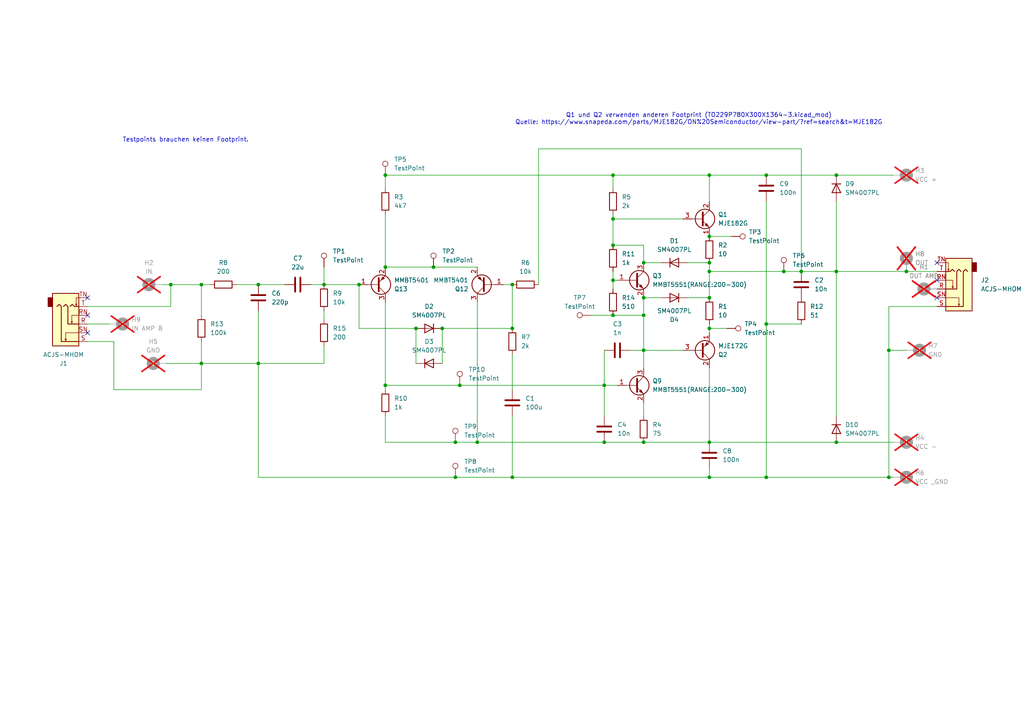
<source format=kicad_sch>
(kicad_sch
	(version 20250114)
	(generator "eeschema")
	(generator_version "9.0")
	(uuid "c5a26e6d-aabf-49ab-a44e-c2ec87fd373d")
	(paper "A4")
	(title_block
		(title "Audio Amp")
		(date "2025-04-29")
		(rev "1.1")
		(company "Lucca Kuvecke, Marcel Tanneberger")
	)
	(lib_symbols
		(symbol "Connector:TestPoint"
			(pin_numbers
				(hide yes)
			)
			(pin_names
				(offset 0.762)
				(hide yes)
			)
			(exclude_from_sim no)
			(in_bom yes)
			(on_board yes)
			(property "Reference" "TP"
				(at 0 6.858 0)
				(effects
					(font
						(size 1.27 1.27)
					)
				)
			)
			(property "Value" "TestPoint"
				(at 0 5.08 0)
				(effects
					(font
						(size 1.27 1.27)
					)
				)
			)
			(property "Footprint" ""
				(at 5.08 0 0)
				(effects
					(font
						(size 1.27 1.27)
					)
					(hide yes)
				)
			)
			(property "Datasheet" "~"
				(at 5.08 0 0)
				(effects
					(font
						(size 1.27 1.27)
					)
					(hide yes)
				)
			)
			(property "Description" "test point"
				(at 0 0 0)
				(effects
					(font
						(size 1.27 1.27)
					)
					(hide yes)
				)
			)
			(property "ki_keywords" "test point tp"
				(at 0 0 0)
				(effects
					(font
						(size 1.27 1.27)
					)
					(hide yes)
				)
			)
			(property "ki_fp_filters" "Pin* Test*"
				(at 0 0 0)
				(effects
					(font
						(size 1.27 1.27)
					)
					(hide yes)
				)
			)
			(symbol "TestPoint_0_1"
				(circle
					(center 0 3.302)
					(radius 0.762)
					(stroke
						(width 0)
						(type default)
					)
					(fill
						(type none)
					)
				)
			)
			(symbol "TestPoint_1_1"
				(pin passive line
					(at 0 0 90)
					(length 2.54)
					(name "1"
						(effects
							(font
								(size 1.27 1.27)
							)
						)
					)
					(number "1"
						(effects
							(font
								(size 1.27 1.27)
							)
						)
					)
				)
			)
			(embedded_fonts no)
		)
		(symbol "Connector_Audio:NRJ6HM-1"
			(exclude_from_sim no)
			(in_bom yes)
			(on_board yes)
			(property "Reference" "J"
				(at 0 11.43 0)
				(effects
					(font
						(size 1.27 1.27)
					)
				)
			)
			(property "Value" "NRJ6HM-1"
				(at 0 8.89 0)
				(effects
					(font
						(size 1.27 1.27)
					)
				)
			)
			(property "Footprint" "Connector_Audio:Jack_6.35mm_Neutrik_NRJ6HM-1_Horizontal"
				(at 0 0 0)
				(effects
					(font
						(size 1.27 1.27)
					)
					(hide yes)
				)
			)
			(property "Datasheet" "https://www.neutrik.com/en/product/nrj6hm-1"
				(at 0 0 0)
				(effects
					(font
						(size 1.27 1.27)
					)
					(hide yes)
				)
			)
			(property "Description" "Slim Jacks, 6.35mm (1/4in) stereo jack, metal nose with efficient chassis ground connection, T+R+S normalling contact"
				(at 0 0 0)
				(effects
					(font
						(size 1.27 1.27)
					)
					(hide yes)
				)
			)
			(property "ki_keywords" "audio jack receptacle stereo headphones connector neutrik"
				(at 0 0 0)
				(effects
					(font
						(size 1.27 1.27)
					)
					(hide yes)
				)
			)
			(property "ki_fp_filters" "Jack*"
				(at 0 0 0)
				(effects
					(font
						(size 1.27 1.27)
					)
					(hide yes)
				)
			)
			(symbol "NRJ6HM-1_0_1"
				(rectangle
					(start -5.08 -5.08)
					(end -6.35 -7.62)
					(stroke
						(width 0.254)
						(type default)
					)
					(fill
						(type outline)
					)
				)
				(polyline
					(pts
						(xy -1.905 -5.08) (xy -1.27 -5.715) (xy -0.635 -5.08) (xy -0.635 0) (xy 2.54 0)
					)
					(stroke
						(width 0.254)
						(type default)
					)
					(fill
						(type none)
					)
				)
				(polyline
					(pts
						(xy -1.27 4.826) (xy -1.016 4.318)
					)
					(stroke
						(width 0)
						(type default)
					)
					(fill
						(type none)
					)
				)
				(polyline
					(pts
						(xy 0 -5.08) (xy 0.635 -5.715) (xy 1.27 -5.08) (xy 2.54 -5.08)
					)
					(stroke
						(width 0.254)
						(type default)
					)
					(fill
						(type none)
					)
				)
				(polyline
					(pts
						(xy 0.508 -0.254) (xy 0.762 -0.762)
					)
					(stroke
						(width 0)
						(type default)
					)
					(fill
						(type none)
					)
				)
				(polyline
					(pts
						(xy 1.778 -5.334) (xy 2.032 -5.842)
					)
					(stroke
						(width 0)
						(type default)
					)
					(fill
						(type none)
					)
				)
				(rectangle
					(start 2.54 6.35)
					(end -5.08 -8.89)
					(stroke
						(width 0.254)
						(type default)
					)
					(fill
						(type background)
					)
				)
				(polyline
					(pts
						(xy 2.54 5.08) (xy -2.54 5.08) (xy -2.54 -5.08) (xy -3.175 -5.715) (xy -3.81 -5.08)
					)
					(stroke
						(width 0.254)
						(type default)
					)
					(fill
						(type none)
					)
				)
				(polyline
					(pts
						(xy 2.54 2.54) (xy -1.27 2.54) (xy -1.27 4.826) (xy -1.524 4.318)
					)
					(stroke
						(width 0)
						(type default)
					)
					(fill
						(type none)
					)
				)
				(polyline
					(pts
						(xy 2.54 -2.54) (xy 0.508 -2.54) (xy 0.508 -0.254) (xy 0.254 -0.762)
					)
					(stroke
						(width 0)
						(type default)
					)
					(fill
						(type none)
					)
				)
				(polyline
					(pts
						(xy 2.54 -7.62) (xy 1.778 -7.62) (xy 1.778 -5.334) (xy 1.524 -5.842)
					)
					(stroke
						(width 0)
						(type default)
					)
					(fill
						(type none)
					)
				)
			)
			(symbol "NRJ6HM-1_1_1"
				(pin passive line
					(at 5.08 5.08 180)
					(length 2.54)
					(name "~"
						(effects
							(font
								(size 1.27 1.27)
							)
						)
					)
					(number "S"
						(effects
							(font
								(size 1.27 1.27)
							)
						)
					)
				)
				(pin passive line
					(at 5.08 2.54 180)
					(length 2.54)
					(name "~"
						(effects
							(font
								(size 1.27 1.27)
							)
						)
					)
					(number "SN"
						(effects
							(font
								(size 1.27 1.27)
							)
						)
					)
				)
				(pin passive line
					(at 5.08 0 180)
					(length 2.54)
					(name "~"
						(effects
							(font
								(size 1.27 1.27)
							)
						)
					)
					(number "R"
						(effects
							(font
								(size 1.27 1.27)
							)
						)
					)
				)
				(pin passive line
					(at 5.08 -2.54 180)
					(length 2.54)
					(name "~"
						(effects
							(font
								(size 1.27 1.27)
							)
						)
					)
					(number "RN"
						(effects
							(font
								(size 1.27 1.27)
							)
						)
					)
				)
				(pin passive line
					(at 5.08 -5.08 180)
					(length 2.54)
					(name "~"
						(effects
							(font
								(size 1.27 1.27)
							)
						)
					)
					(number "T"
						(effects
							(font
								(size 1.27 1.27)
							)
						)
					)
				)
				(pin passive line
					(at 5.08 -7.62 180)
					(length 2.54)
					(name "~"
						(effects
							(font
								(size 1.27 1.27)
							)
						)
					)
					(number "TN"
						(effects
							(font
								(size 1.27 1.27)
							)
						)
					)
				)
			)
			(embedded_fonts no)
		)
		(symbol "Device:C"
			(pin_numbers
				(hide yes)
			)
			(pin_names
				(offset 0.254)
			)
			(exclude_from_sim no)
			(in_bom yes)
			(on_board yes)
			(property "Reference" "C"
				(at 0.635 2.54 0)
				(effects
					(font
						(size 1.27 1.27)
					)
					(justify left)
				)
			)
			(property "Value" "C"
				(at 0.635 -2.54 0)
				(effects
					(font
						(size 1.27 1.27)
					)
					(justify left)
				)
			)
			(property "Footprint" ""
				(at 0.9652 -3.81 0)
				(effects
					(font
						(size 1.27 1.27)
					)
					(hide yes)
				)
			)
			(property "Datasheet" "~"
				(at 0 0 0)
				(effects
					(font
						(size 1.27 1.27)
					)
					(hide yes)
				)
			)
			(property "Description" "Unpolarized capacitor"
				(at 0 0 0)
				(effects
					(font
						(size 1.27 1.27)
					)
					(hide yes)
				)
			)
			(property "ki_keywords" "cap capacitor"
				(at 0 0 0)
				(effects
					(font
						(size 1.27 1.27)
					)
					(hide yes)
				)
			)
			(property "ki_fp_filters" "C_*"
				(at 0 0 0)
				(effects
					(font
						(size 1.27 1.27)
					)
					(hide yes)
				)
			)
			(symbol "C_0_1"
				(polyline
					(pts
						(xy -2.032 0.762) (xy 2.032 0.762)
					)
					(stroke
						(width 0.508)
						(type default)
					)
					(fill
						(type none)
					)
				)
				(polyline
					(pts
						(xy -2.032 -0.762) (xy 2.032 -0.762)
					)
					(stroke
						(width 0.508)
						(type default)
					)
					(fill
						(type none)
					)
				)
			)
			(symbol "C_1_1"
				(pin passive line
					(at 0 3.81 270)
					(length 2.794)
					(name "~"
						(effects
							(font
								(size 1.27 1.27)
							)
						)
					)
					(number "1"
						(effects
							(font
								(size 1.27 1.27)
							)
						)
					)
				)
				(pin passive line
					(at 0 -3.81 90)
					(length 2.794)
					(name "~"
						(effects
							(font
								(size 1.27 1.27)
							)
						)
					)
					(number "2"
						(effects
							(font
								(size 1.27 1.27)
							)
						)
					)
				)
			)
			(embedded_fonts no)
		)
		(symbol "Device:D"
			(pin_numbers
				(hide yes)
			)
			(pin_names
				(offset 1.016)
				(hide yes)
			)
			(exclude_from_sim no)
			(in_bom yes)
			(on_board yes)
			(property "Reference" "D"
				(at 0 2.54 0)
				(effects
					(font
						(size 1.27 1.27)
					)
				)
			)
			(property "Value" "D"
				(at 0 -2.54 0)
				(effects
					(font
						(size 1.27 1.27)
					)
				)
			)
			(property "Footprint" ""
				(at 0 0 0)
				(effects
					(font
						(size 1.27 1.27)
					)
					(hide yes)
				)
			)
			(property "Datasheet" "~"
				(at 0 0 0)
				(effects
					(font
						(size 1.27 1.27)
					)
					(hide yes)
				)
			)
			(property "Description" "Diode"
				(at 0 0 0)
				(effects
					(font
						(size 1.27 1.27)
					)
					(hide yes)
				)
			)
			(property "Sim.Device" "D"
				(at 0 0 0)
				(effects
					(font
						(size 1.27 1.27)
					)
					(hide yes)
				)
			)
			(property "Sim.Pins" "1=K 2=A"
				(at 0 0 0)
				(effects
					(font
						(size 1.27 1.27)
					)
					(hide yes)
				)
			)
			(property "ki_keywords" "diode"
				(at 0 0 0)
				(effects
					(font
						(size 1.27 1.27)
					)
					(hide yes)
				)
			)
			(property "ki_fp_filters" "TO-???* *_Diode_* *SingleDiode* D_*"
				(at 0 0 0)
				(effects
					(font
						(size 1.27 1.27)
					)
					(hide yes)
				)
			)
			(symbol "D_0_1"
				(polyline
					(pts
						(xy -1.27 1.27) (xy -1.27 -1.27)
					)
					(stroke
						(width 0.254)
						(type default)
					)
					(fill
						(type none)
					)
				)
				(polyline
					(pts
						(xy 1.27 1.27) (xy 1.27 -1.27) (xy -1.27 0) (xy 1.27 1.27)
					)
					(stroke
						(width 0.254)
						(type default)
					)
					(fill
						(type none)
					)
				)
				(polyline
					(pts
						(xy 1.27 0) (xy -1.27 0)
					)
					(stroke
						(width 0)
						(type default)
					)
					(fill
						(type none)
					)
				)
			)
			(symbol "D_1_1"
				(pin passive line
					(at -3.81 0 0)
					(length 2.54)
					(name "K"
						(effects
							(font
								(size 1.27 1.27)
							)
						)
					)
					(number "1"
						(effects
							(font
								(size 1.27 1.27)
							)
						)
					)
				)
				(pin passive line
					(at 3.81 0 180)
					(length 2.54)
					(name "A"
						(effects
							(font
								(size 1.27 1.27)
							)
						)
					)
					(number "2"
						(effects
							(font
								(size 1.27 1.27)
							)
						)
					)
				)
			)
			(embedded_fonts no)
		)
		(symbol "Device:R"
			(pin_numbers
				(hide yes)
			)
			(pin_names
				(offset 0)
			)
			(exclude_from_sim no)
			(in_bom yes)
			(on_board yes)
			(property "Reference" "R"
				(at 2.032 0 90)
				(effects
					(font
						(size 1.27 1.27)
					)
				)
			)
			(property "Value" "R"
				(at 0 0 90)
				(effects
					(font
						(size 1.27 1.27)
					)
				)
			)
			(property "Footprint" ""
				(at -1.778 0 90)
				(effects
					(font
						(size 1.27 1.27)
					)
					(hide yes)
				)
			)
			(property "Datasheet" "~"
				(at 0 0 0)
				(effects
					(font
						(size 1.27 1.27)
					)
					(hide yes)
				)
			)
			(property "Description" "Resistor"
				(at 0 0 0)
				(effects
					(font
						(size 1.27 1.27)
					)
					(hide yes)
				)
			)
			(property "ki_keywords" "R res resistor"
				(at 0 0 0)
				(effects
					(font
						(size 1.27 1.27)
					)
					(hide yes)
				)
			)
			(property "ki_fp_filters" "R_*"
				(at 0 0 0)
				(effects
					(font
						(size 1.27 1.27)
					)
					(hide yes)
				)
			)
			(symbol "R_0_1"
				(rectangle
					(start -1.016 -2.54)
					(end 1.016 2.54)
					(stroke
						(width 0.254)
						(type default)
					)
					(fill
						(type none)
					)
				)
			)
			(symbol "R_1_1"
				(pin passive line
					(at 0 3.81 270)
					(length 1.27)
					(name "~"
						(effects
							(font
								(size 1.27 1.27)
							)
						)
					)
					(number "1"
						(effects
							(font
								(size 1.27 1.27)
							)
						)
					)
				)
				(pin passive line
					(at 0 -3.81 90)
					(length 1.27)
					(name "~"
						(effects
							(font
								(size 1.27 1.27)
							)
						)
					)
					(number "2"
						(effects
							(font
								(size 1.27 1.27)
							)
						)
					)
				)
			)
			(embedded_fonts no)
		)
		(symbol "Diode:SM4007"
			(pin_numbers
				(hide yes)
			)
			(pin_names
				(hide yes)
			)
			(exclude_from_sim no)
			(in_bom yes)
			(on_board yes)
			(property "Reference" "D"
				(at 0 2.54 0)
				(effects
					(font
						(size 1.27 1.27)
					)
				)
			)
			(property "Value" "SM4007"
				(at 0 -2.54 0)
				(effects
					(font
						(size 1.27 1.27)
					)
				)
			)
			(property "Footprint" "Diode_SMD:D_MELF"
				(at 0 -4.445 0)
				(effects
					(font
						(size 1.27 1.27)
					)
					(hide yes)
				)
			)
			(property "Datasheet" "http://cdn-reichelt.de/documents/datenblatt/A400/SMD1N400%23DIO.pdf"
				(at 0 0 0)
				(effects
					(font
						(size 1.27 1.27)
					)
					(hide yes)
				)
			)
			(property "Description" "1000V 1A General Purpose Rectifier Diode, MELF"
				(at 0 0 0)
				(effects
					(font
						(size 1.27 1.27)
					)
					(hide yes)
				)
			)
			(property "Sim.Device" "D"
				(at 0 0 0)
				(effects
					(font
						(size 1.27 1.27)
					)
					(hide yes)
				)
			)
			(property "Sim.Pins" "1=K 2=A"
				(at 0 0 0)
				(effects
					(font
						(size 1.27 1.27)
					)
					(hide yes)
				)
			)
			(property "ki_keywords" "diode"
				(at 0 0 0)
				(effects
					(font
						(size 1.27 1.27)
					)
					(hide yes)
				)
			)
			(property "ki_fp_filters" "D*MELF*"
				(at 0 0 0)
				(effects
					(font
						(size 1.27 1.27)
					)
					(hide yes)
				)
			)
			(symbol "SM4007_0_1"
				(polyline
					(pts
						(xy -1.27 1.27) (xy -1.27 -1.27)
					)
					(stroke
						(width 0.254)
						(type default)
					)
					(fill
						(type none)
					)
				)
				(polyline
					(pts
						(xy 1.27 1.27) (xy 1.27 -1.27) (xy -1.27 0) (xy 1.27 1.27)
					)
					(stroke
						(width 0.254)
						(type default)
					)
					(fill
						(type none)
					)
				)
				(polyline
					(pts
						(xy 1.27 0) (xy -1.27 0)
					)
					(stroke
						(width 0)
						(type default)
					)
					(fill
						(type none)
					)
				)
			)
			(symbol "SM4007_1_1"
				(pin passive line
					(at -3.81 0 0)
					(length 2.54)
					(name "K"
						(effects
							(font
								(size 1.27 1.27)
							)
						)
					)
					(number "1"
						(effects
							(font
								(size 1.27 1.27)
							)
						)
					)
				)
				(pin passive line
					(at 3.81 0 180)
					(length 2.54)
					(name "A"
						(effects
							(font
								(size 1.27 1.27)
							)
						)
					)
					(number "2"
						(effects
							(font
								(size 1.27 1.27)
							)
						)
					)
				)
			)
			(embedded_fonts no)
		)
		(symbol "Mechanical:MountingHole_Pad"
			(pin_numbers
				(hide yes)
			)
			(pin_names
				(offset 1.016)
				(hide yes)
			)
			(exclude_from_sim no)
			(in_bom no)
			(on_board yes)
			(property "Reference" "H"
				(at 0 6.35 0)
				(effects
					(font
						(size 1.27 1.27)
					)
				)
			)
			(property "Value" "MountingHole_Pad"
				(at 0 4.445 0)
				(effects
					(font
						(size 1.27 1.27)
					)
				)
			)
			(property "Footprint" ""
				(at 0 0 0)
				(effects
					(font
						(size 1.27 1.27)
					)
					(hide yes)
				)
			)
			(property "Datasheet" "~"
				(at 0 0 0)
				(effects
					(font
						(size 1.27 1.27)
					)
					(hide yes)
				)
			)
			(property "Description" "Mounting Hole with connection"
				(at 0 0 0)
				(effects
					(font
						(size 1.27 1.27)
					)
					(hide yes)
				)
			)
			(property "ki_keywords" "mounting hole"
				(at 0 0 0)
				(effects
					(font
						(size 1.27 1.27)
					)
					(hide yes)
				)
			)
			(property "ki_fp_filters" "MountingHole*Pad*"
				(at 0 0 0)
				(effects
					(font
						(size 1.27 1.27)
					)
					(hide yes)
				)
			)
			(symbol "MountingHole_Pad_0_1"
				(circle
					(center 0 1.27)
					(radius 1.27)
					(stroke
						(width 1.27)
						(type default)
					)
					(fill
						(type none)
					)
				)
			)
			(symbol "MountingHole_Pad_1_1"
				(pin input line
					(at 0 -2.54 90)
					(length 2.54)
					(name "1"
						(effects
							(font
								(size 1.27 1.27)
							)
						)
					)
					(number "1"
						(effects
							(font
								(size 1.27 1.27)
							)
						)
					)
				)
			)
			(embedded_fonts no)
		)
		(symbol "Transistor_BJT:2SC1815"
			(pin_names
				(offset 0)
				(hide yes)
			)
			(exclude_from_sim no)
			(in_bom yes)
			(on_board yes)
			(property "Reference" "Q"
				(at 5.08 1.905 0)
				(effects
					(font
						(size 1.27 1.27)
					)
					(justify left)
				)
			)
			(property "Value" "2SC1815"
				(at 5.08 0 0)
				(effects
					(font
						(size 1.27 1.27)
					)
					(justify left)
				)
			)
			(property "Footprint" "Package_TO_SOT_THT:TO-92_Inline"
				(at 5.08 -1.905 0)
				(effects
					(font
						(size 1.27 1.27)
						(italic yes)
					)
					(justify left)
					(hide yes)
				)
			)
			(property "Datasheet" "https://media.digikey.com/pdf/Data%20Sheets/Toshiba%20PDFs/2SC1815.pdf"
				(at 0 0 0)
				(effects
					(font
						(size 1.27 1.27)
					)
					(justify left)
					(hide yes)
				)
			)
			(property "Description" "0.15A Ic, 50V Vce, Low Noise Audio NPN Transistor, TO-92"
				(at 0 0 0)
				(effects
					(font
						(size 1.27 1.27)
					)
					(hide yes)
				)
			)
			(property "ki_keywords" "Low Noise Audio NPN Transistor"
				(at 0 0 0)
				(effects
					(font
						(size 1.27 1.27)
					)
					(hide yes)
				)
			)
			(property "ki_fp_filters" "TO?92*"
				(at 0 0 0)
				(effects
					(font
						(size 1.27 1.27)
					)
					(hide yes)
				)
			)
			(symbol "2SC1815_0_1"
				(polyline
					(pts
						(xy -2.54 0) (xy 0.635 0)
					)
					(stroke
						(width 0)
						(type default)
					)
					(fill
						(type none)
					)
				)
				(polyline
					(pts
						(xy 0.635 1.905) (xy 0.635 -1.905)
					)
					(stroke
						(width 0.508)
						(type default)
					)
					(fill
						(type none)
					)
				)
				(circle
					(center 1.27 0)
					(radius 2.8194)
					(stroke
						(width 0.254)
						(type default)
					)
					(fill
						(type none)
					)
				)
			)
			(symbol "2SC1815_1_1"
				(polyline
					(pts
						(xy 0.635 0.635) (xy 2.54 2.54)
					)
					(stroke
						(width 0)
						(type default)
					)
					(fill
						(type none)
					)
				)
				(polyline
					(pts
						(xy 0.635 -0.635) (xy 2.54 -2.54)
					)
					(stroke
						(width 0)
						(type default)
					)
					(fill
						(type none)
					)
				)
				(polyline
					(pts
						(xy 1.27 -1.778) (xy 1.778 -1.27) (xy 2.286 -2.286) (xy 1.27 -1.778)
					)
					(stroke
						(width 0)
						(type default)
					)
					(fill
						(type outline)
					)
				)
				(pin input line
					(at -5.08 0 0)
					(length 2.54)
					(name "B"
						(effects
							(font
								(size 1.27 1.27)
							)
						)
					)
					(number "3"
						(effects
							(font
								(size 1.27 1.27)
							)
						)
					)
				)
				(pin passive line
					(at 2.54 5.08 270)
					(length 2.54)
					(name "C"
						(effects
							(font
								(size 1.27 1.27)
							)
						)
					)
					(number "2"
						(effects
							(font
								(size 1.27 1.27)
							)
						)
					)
				)
				(pin passive line
					(at 2.54 -5.08 90)
					(length 2.54)
					(name "E"
						(effects
							(font
								(size 1.27 1.27)
							)
						)
					)
					(number "1"
						(effects
							(font
								(size 1.27 1.27)
							)
						)
					)
				)
			)
			(embedded_fonts no)
		)
		(symbol "Transistor_BJT:MMBT5551L"
			(pin_names
				(offset 0)
				(hide yes)
			)
			(exclude_from_sim no)
			(in_bom yes)
			(on_board yes)
			(property "Reference" "Q"
				(at 5.08 1.905 0)
				(effects
					(font
						(size 1.27 1.27)
					)
					(justify left)
				)
			)
			(property "Value" "MMBT5551L"
				(at 5.08 0 0)
				(effects
					(font
						(size 1.27 1.27)
					)
					(justify left)
				)
			)
			(property "Footprint" "Package_TO_SOT_SMD:SOT-23"
				(at 5.08 -1.905 0)
				(effects
					(font
						(size 1.27 1.27)
						(italic yes)
					)
					(justify left)
					(hide yes)
				)
			)
			(property "Datasheet" "www.onsemi.com/pub/Collateral/MMBT5550LT1-D.PDF"
				(at 0 0 0)
				(effects
					(font
						(size 1.27 1.27)
					)
					(justify left)
					(hide yes)
				)
			)
			(property "Description" "0.6A Ic, 160V Vce, NPN Transistor, SOT-23"
				(at 0 0 0)
				(effects
					(font
						(size 1.27 1.27)
					)
					(hide yes)
				)
			)
			(property "ki_keywords" "NPN Transistor"
				(at 0 0 0)
				(effects
					(font
						(size 1.27 1.27)
					)
					(hide yes)
				)
			)
			(property "ki_fp_filters" "SOT?23*"
				(at 0 0 0)
				(effects
					(font
						(size 1.27 1.27)
					)
					(hide yes)
				)
			)
			(symbol "MMBT5551L_0_1"
				(polyline
					(pts
						(xy -2.54 0) (xy 0.635 0)
					)
					(stroke
						(width 0)
						(type default)
					)
					(fill
						(type none)
					)
				)
				(polyline
					(pts
						(xy 0.635 1.905) (xy 0.635 -1.905)
					)
					(stroke
						(width 0.508)
						(type default)
					)
					(fill
						(type none)
					)
				)
				(circle
					(center 1.27 0)
					(radius 2.8194)
					(stroke
						(width 0.254)
						(type default)
					)
					(fill
						(type none)
					)
				)
			)
			(symbol "MMBT5551L_1_1"
				(polyline
					(pts
						(xy 0.635 0.635) (xy 2.54 2.54)
					)
					(stroke
						(width 0)
						(type default)
					)
					(fill
						(type none)
					)
				)
				(polyline
					(pts
						(xy 0.635 -0.635) (xy 2.54 -2.54)
					)
					(stroke
						(width 0)
						(type default)
					)
					(fill
						(type none)
					)
				)
				(polyline
					(pts
						(xy 1.27 -1.778) (xy 1.778 -1.27) (xy 2.286 -2.286) (xy 1.27 -1.778)
					)
					(stroke
						(width 0)
						(type default)
					)
					(fill
						(type outline)
					)
				)
				(pin input line
					(at -5.08 0 0)
					(length 2.54)
					(name "B"
						(effects
							(font
								(size 1.27 1.27)
							)
						)
					)
					(number "1"
						(effects
							(font
								(size 1.27 1.27)
							)
						)
					)
				)
				(pin passive line
					(at 2.54 5.08 270)
					(length 2.54)
					(name "C"
						(effects
							(font
								(size 1.27 1.27)
							)
						)
					)
					(number "3"
						(effects
							(font
								(size 1.27 1.27)
							)
						)
					)
				)
				(pin passive line
					(at 2.54 -5.08 90)
					(length 2.54)
					(name "E"
						(effects
							(font
								(size 1.27 1.27)
							)
						)
					)
					(number "2"
						(effects
							(font
								(size 1.27 1.27)
							)
						)
					)
				)
			)
			(embedded_fonts no)
		)
		(symbol "Transistor_BJT:MMBTA94"
			(pin_names
				(offset 0)
				(hide yes)
			)
			(exclude_from_sim no)
			(in_bom yes)
			(on_board yes)
			(property "Reference" "Q"
				(at 5.08 1.905 0)
				(effects
					(font
						(size 1.27 1.27)
					)
					(justify left)
				)
			)
			(property "Value" "MMBTA94"
				(at 5.08 0 0)
				(effects
					(font
						(size 1.27 1.27)
					)
					(justify left)
				)
			)
			(property "Footprint" "Package_TO_SOT_SMD:SOT-23"
				(at 5.08 -1.905 0)
				(effects
					(font
						(size 1.27 1.27)
						(italic yes)
					)
					(justify left)
					(hide yes)
				)
			)
			(property "Datasheet" "https://diotec.com/request/datasheet/mmbta92.pdf"
				(at 0 0 0)
				(effects
					(font
						(size 1.27 1.27)
					)
					(justify left)
					(hide yes)
				)
			)
			(property "Description" "0.3A Ic, 400V Vce, PNP High Voltage Transistor, SOT-23"
				(at 0 0 0)
				(effects
					(font
						(size 1.27 1.27)
					)
					(hide yes)
				)
			)
			(property "ki_keywords" "PNP"
				(at 0 0 0)
				(effects
					(font
						(size 1.27 1.27)
					)
					(hide yes)
				)
			)
			(property "ki_fp_filters" "SOT?23*"
				(at 0 0 0)
				(effects
					(font
						(size 1.27 1.27)
					)
					(hide yes)
				)
			)
			(symbol "MMBTA94_0_1"
				(polyline
					(pts
						(xy -2.54 0) (xy 0.635 0)
					)
					(stroke
						(width 0)
						(type default)
					)
					(fill
						(type none)
					)
				)
				(polyline
					(pts
						(xy 0.635 1.905) (xy 0.635 -1.905)
					)
					(stroke
						(width 0.508)
						(type default)
					)
					(fill
						(type none)
					)
				)
				(polyline
					(pts
						(xy 0.635 0.635) (xy 2.54 2.54)
					)
					(stroke
						(width 0)
						(type default)
					)
					(fill
						(type none)
					)
				)
				(polyline
					(pts
						(xy 0.635 -0.635) (xy 2.54 -2.54)
					)
					(stroke
						(width 0)
						(type default)
					)
					(fill
						(type none)
					)
				)
				(circle
					(center 1.27 0)
					(radius 2.8194)
					(stroke
						(width 0.254)
						(type default)
					)
					(fill
						(type none)
					)
				)
				(polyline
					(pts
						(xy 2.286 -1.778) (xy 1.778 -2.286) (xy 1.27 -1.27) (xy 2.286 -1.778)
					)
					(stroke
						(width 0)
						(type default)
					)
					(fill
						(type outline)
					)
				)
			)
			(symbol "MMBTA94_1_1"
				(pin input line
					(at -5.08 0 0)
					(length 2.54)
					(name "B"
						(effects
							(font
								(size 1.27 1.27)
							)
						)
					)
					(number "1"
						(effects
							(font
								(size 1.27 1.27)
							)
						)
					)
				)
				(pin passive line
					(at 2.54 5.08 270)
					(length 2.54)
					(name "C"
						(effects
							(font
								(size 1.27 1.27)
							)
						)
					)
					(number "3"
						(effects
							(font
								(size 1.27 1.27)
							)
						)
					)
				)
				(pin passive line
					(at 2.54 -5.08 90)
					(length 2.54)
					(name "E"
						(effects
							(font
								(size 1.27 1.27)
							)
						)
					)
					(number "2"
						(effects
							(font
								(size 1.27 1.27)
							)
						)
					)
				)
			)
			(embedded_fonts no)
		)
		(symbol "Transistor_BJT:Q_PNP_ECB"
			(pin_names
				(offset 0)
				(hide yes)
			)
			(exclude_from_sim no)
			(in_bom yes)
			(on_board yes)
			(property "Reference" "Q"
				(at 5.08 1.27 0)
				(effects
					(font
						(size 1.27 1.27)
					)
					(justify left)
				)
			)
			(property "Value" "Q_PNP_ECB"
				(at 5.08 -1.27 0)
				(effects
					(font
						(size 1.27 1.27)
					)
					(justify left)
				)
			)
			(property "Footprint" ""
				(at 5.08 2.54 0)
				(effects
					(font
						(size 1.27 1.27)
					)
					(hide yes)
				)
			)
			(property "Datasheet" "~"
				(at 0 0 0)
				(effects
					(font
						(size 1.27 1.27)
					)
					(hide yes)
				)
			)
			(property "Description" "PNP transistor, emitter/collector/base"
				(at 0 0 0)
				(effects
					(font
						(size 1.27 1.27)
					)
					(hide yes)
				)
			)
			(property "ki_keywords" "BJT"
				(at 0 0 0)
				(effects
					(font
						(size 1.27 1.27)
					)
					(hide yes)
				)
			)
			(symbol "Q_PNP_ECB_0_1"
				(polyline
					(pts
						(xy -2.54 0) (xy 0.635 0)
					)
					(stroke
						(width 0)
						(type default)
					)
					(fill
						(type none)
					)
				)
				(polyline
					(pts
						(xy 0.635 1.905) (xy 0.635 -1.905)
					)
					(stroke
						(width 0.508)
						(type default)
					)
					(fill
						(type none)
					)
				)
				(polyline
					(pts
						(xy 0.635 0.635) (xy 2.54 2.54)
					)
					(stroke
						(width 0)
						(type default)
					)
					(fill
						(type none)
					)
				)
				(polyline
					(pts
						(xy 0.635 -0.635) (xy 2.54 -2.54)
					)
					(stroke
						(width 0)
						(type default)
					)
					(fill
						(type none)
					)
				)
				(circle
					(center 1.27 0)
					(radius 2.8194)
					(stroke
						(width 0.254)
						(type default)
					)
					(fill
						(type none)
					)
				)
				(polyline
					(pts
						(xy 2.286 -1.778) (xy 1.778 -2.286) (xy 1.27 -1.27) (xy 2.286 -1.778)
					)
					(stroke
						(width 0)
						(type default)
					)
					(fill
						(type outline)
					)
				)
			)
			(symbol "Q_PNP_ECB_1_1"
				(pin input line
					(at -5.08 0 0)
					(length 2.54)
					(name "B"
						(effects
							(font
								(size 1.27 1.27)
							)
						)
					)
					(number "3"
						(effects
							(font
								(size 1.27 1.27)
							)
						)
					)
				)
				(pin passive line
					(at 2.54 5.08 270)
					(length 2.54)
					(name "C"
						(effects
							(font
								(size 1.27 1.27)
							)
						)
					)
					(number "2"
						(effects
							(font
								(size 1.27 1.27)
							)
						)
					)
				)
				(pin passive line
					(at 2.54 -5.08 90)
					(length 2.54)
					(name "E"
						(effects
							(font
								(size 1.27 1.27)
							)
						)
					)
					(number "1"
						(effects
							(font
								(size 1.27 1.27)
							)
						)
					)
				)
			)
			(embedded_fonts no)
		)
	)
	(text "Testpoints brauchen keinen Footprint."
		(exclude_from_sim no)
		(at 53.848 40.64 0)
		(effects
			(font
				(size 1.27 1.27)
			)
		)
		(uuid "06f61329-f377-4528-a1a5-b68fb1344014")
	)
	(text "Q1 und Q2 verwenden anderen Footprint (TO229P780X300X1364-3.kicad_mod)\nQuelle: https://www.snapeda.com/parts/MJE182G/ON%20Semiconductor/view-part/?ref=search&t=MJE182G"
		(exclude_from_sim no)
		(at 202.692 34.544 0)
		(effects
			(font
				(size 1.27 1.27)
			)
		)
		(uuid "bbd6a71c-a97e-4c37-b9f2-2bf8c366c722")
	)
	(junction
		(at 262.89 78.74)
		(diameter 0)
		(color 0 0 0 0)
		(uuid "01aed09c-20e5-4ae8-991a-4424068a95ea")
	)
	(junction
		(at 74.93 105.41)
		(diameter 0)
		(color 0 0 0 0)
		(uuid "0310838f-3ca7-43c1-a89b-ddf1b6ced4cb")
	)
	(junction
		(at 177.8 71.12)
		(diameter 0)
		(color 0 0 0 0)
		(uuid "0580bea8-7cea-4ea1-a7ea-52f753cf7a7f")
	)
	(junction
		(at 49.53 82.55)
		(diameter 0)
		(color 0 0 0 0)
		(uuid "06f68986-8e07-4664-b509-5754b93fb838")
	)
	(junction
		(at 205.74 86.36)
		(diameter 0)
		(color 0 0 0 0)
		(uuid "0bcc1c45-6640-4cfe-bb91-abf0e8752be9")
	)
	(junction
		(at 125.73 77.47)
		(diameter 0)
		(color 0 0 0 0)
		(uuid "0cbcc4c9-823c-4778-bca9-0bb32256ad4a")
	)
	(junction
		(at 257.81 138.43)
		(diameter 0)
		(color 0 0 0 0)
		(uuid "13431223-2f55-4ead-84b7-91407cc084c9")
	)
	(junction
		(at 58.42 82.55)
		(diameter 0)
		(color 0 0 0 0)
		(uuid "13ea0efb-868a-4edb-96ea-a60b8f9bfe21")
	)
	(junction
		(at 186.69 76.2)
		(diameter 0)
		(color 0 0 0 0)
		(uuid "1c057378-95f7-4b88-89f7-29273c7ade98")
	)
	(junction
		(at 132.08 138.43)
		(diameter 0)
		(color 0 0 0 0)
		(uuid "1d455670-1f10-4d17-bf3b-3502548d109d")
	)
	(junction
		(at 120.65 95.25)
		(diameter 0)
		(color 0 0 0 0)
		(uuid "25f19985-6716-494b-89d9-c5ca2181a194")
	)
	(junction
		(at 175.26 111.76)
		(diameter 0)
		(color 0 0 0 0)
		(uuid "31d64093-df0d-42b4-8908-e9f51a9faf87")
	)
	(junction
		(at 222.25 138.43)
		(diameter 0)
		(color 0 0 0 0)
		(uuid "31d6763e-a93e-4143-8ceb-a3abdbca1866")
	)
	(junction
		(at 138.43 128.27)
		(diameter 0)
		(color 0 0 0 0)
		(uuid "4012f21c-7b2c-43a0-9379-5bc374b10a71")
	)
	(junction
		(at 205.74 128.27)
		(diameter 0)
		(color 0 0 0 0)
		(uuid "4c2f6a4f-3b6c-44e5-8e8e-cb6c11f720c4")
	)
	(junction
		(at 177.8 81.28)
		(diameter 0)
		(color 0 0 0 0)
		(uuid "539aa5ee-c9f1-4395-99c8-a59fc8630e09")
	)
	(junction
		(at 232.41 78.74)
		(diameter 0)
		(color 0 0 0 0)
		(uuid "5417168a-376f-468d-93ba-efcbbb495270")
	)
	(junction
		(at 227.33 78.74)
		(diameter 0)
		(color 0 0 0 0)
		(uuid "555589d8-9d86-4486-9864-eaeaeaf86dbb")
	)
	(junction
		(at 205.74 68.58)
		(diameter 0)
		(color 0 0 0 0)
		(uuid "55feec91-ea47-44cb-b59d-da6fc6d9651b")
	)
	(junction
		(at 111.76 77.47)
		(diameter 0)
		(color 0 0 0 0)
		(uuid "587cb053-e5da-46da-b470-15729f5db109")
	)
	(junction
		(at 257.81 101.6)
		(diameter 0)
		(color 0 0 0 0)
		(uuid "5a43ef02-979d-43b8-be4c-953c08215327")
	)
	(junction
		(at 148.59 82.55)
		(diameter 0)
		(color 0 0 0 0)
		(uuid "6122aad4-298e-4aeb-b9e6-909541e73137")
	)
	(junction
		(at 242.57 128.27)
		(diameter 0)
		(color 0 0 0 0)
		(uuid "676f2fbf-8111-459b-8d0f-db2624be1016")
	)
	(junction
		(at 186.69 128.27)
		(diameter 0)
		(color 0 0 0 0)
		(uuid "6a7c6639-0e64-4f4c-8cc9-920e65684080")
	)
	(junction
		(at 186.69 91.44)
		(diameter 0)
		(color 0 0 0 0)
		(uuid "6cb3286e-54ca-45d2-9df3-34ed834c0052")
	)
	(junction
		(at 133.35 111.76)
		(diameter 0)
		(color 0 0 0 0)
		(uuid "70a268fd-48ca-47be-a2af-5625d2b1dc91")
	)
	(junction
		(at 177.8 63.5)
		(diameter 0)
		(color 0 0 0 0)
		(uuid "7405d395-4b25-4243-9265-27da7f256b92")
	)
	(junction
		(at 242.57 78.74)
		(diameter 0)
		(color 0 0 0 0)
		(uuid "7a7a97e7-2b45-4d6e-85ec-4a024bc4dc5f")
	)
	(junction
		(at 205.74 138.43)
		(diameter 0)
		(color 0 0 0 0)
		(uuid "83b61a6a-e38e-40eb-b804-3cd736351c56")
	)
	(junction
		(at 205.74 76.2)
		(diameter 0)
		(color 0 0 0 0)
		(uuid "858db56b-2ba3-4247-84b0-3b6d7054c903")
	)
	(junction
		(at 205.74 50.8)
		(diameter 0)
		(color 0 0 0 0)
		(uuid "86bfca1e-1bc8-42d5-80fd-c866f7558548")
	)
	(junction
		(at 58.42 105.41)
		(diameter 0)
		(color 0 0 0 0)
		(uuid "8c84ed0f-4efc-4677-b75d-71072b4473fb")
	)
	(junction
		(at 186.69 86.36)
		(diameter 0)
		(color 0 0 0 0)
		(uuid "8dbec006-a245-42c9-8a20-eacebc855619")
	)
	(junction
		(at 111.76 111.76)
		(diameter 0)
		(color 0 0 0 0)
		(uuid "97bd9742-ef54-4a86-9647-8cef4c34956f")
	)
	(junction
		(at 148.59 95.25)
		(diameter 0)
		(color 0 0 0 0)
		(uuid "99dbb50b-6658-4a62-b951-a8cd95306365")
	)
	(junction
		(at 74.93 82.55)
		(diameter 0)
		(color 0 0 0 0)
		(uuid "9f44b053-b3c1-4fac-a2c5-a717a48d33bb")
	)
	(junction
		(at 177.8 50.8)
		(diameter 0)
		(color 0 0 0 0)
		(uuid "ad57437e-8da0-4ef0-91db-08043c522ea8")
	)
	(junction
		(at 222.25 50.8)
		(diameter 0)
		(color 0 0 0 0)
		(uuid "afc307ea-75a3-4bfd-aa49-05918154bfc2")
	)
	(junction
		(at 111.76 50.8)
		(diameter 0)
		(color 0 0 0 0)
		(uuid "c4dac2cc-7948-4b4e-b07e-f0c73809d452")
	)
	(junction
		(at 177.8 91.44)
		(diameter 0)
		(color 0 0 0 0)
		(uuid "c943961a-8570-42ab-b08c-5391da041072")
	)
	(junction
		(at 175.26 128.27)
		(diameter 0)
		(color 0 0 0 0)
		(uuid "cba50b21-578c-46cc-baf2-bb9a15f6700f")
	)
	(junction
		(at 242.57 50.8)
		(diameter 0)
		(color 0 0 0 0)
		(uuid "ce539c0f-0cd4-40af-a718-10dafcfc1313")
	)
	(junction
		(at 205.74 95.25)
		(diameter 0)
		(color 0 0 0 0)
		(uuid "d594134e-86c1-46f9-9e3c-84a8fbed5917")
	)
	(junction
		(at 128.27 95.25)
		(diameter 0)
		(color 0 0 0 0)
		(uuid "d7f78f99-81e4-47f0-b589-c519ed6dffe4")
	)
	(junction
		(at 93.98 82.55)
		(diameter 0)
		(color 0 0 0 0)
		(uuid "e0e0b0ec-4b6e-40ab-9d51-eaaaf17a49ad")
	)
	(junction
		(at 132.08 128.27)
		(diameter 0)
		(color 0 0 0 0)
		(uuid "e46cc666-70bf-404e-be34-a8b51a31a696")
	)
	(junction
		(at 222.25 93.98)
		(diameter 0)
		(color 0 0 0 0)
		(uuid "e5487537-391e-440c-89be-8878d6c32c5e")
	)
	(junction
		(at 205.74 78.74)
		(diameter 0)
		(color 0 0 0 0)
		(uuid "e5ac10d5-0586-45d0-870d-c94eef53e43e")
	)
	(junction
		(at 104.14 82.55)
		(diameter 0)
		(color 0 0 0 0)
		(uuid "e61805e1-b745-48f0-bad7-81c4b24de26f")
	)
	(junction
		(at 148.59 138.43)
		(diameter 0)
		(color 0 0 0 0)
		(uuid "eae297b9-0182-44b3-94d7-767618abfa47")
	)
	(junction
		(at 186.69 101.6)
		(diameter 0)
		(color 0 0 0 0)
		(uuid "eccca659-69ac-493c-9f58-a414f0ec9a7f")
	)
	(no_connect
		(at 271.78 86.36)
		(uuid "0647bdf2-a9af-4d2f-bcb9-dd5ee5b8c2d1")
	)
	(no_connect
		(at 25.4 86.36)
		(uuid "11bf1e99-201d-4b31-97ad-93c7662aa963")
	)
	(no_connect
		(at 25.4 96.52)
		(uuid "187de577-dac0-4fcc-80bc-80f1422eaa00")
	)
	(no_connect
		(at 25.4 91.44)
		(uuid "2ef775a3-50ff-4893-9af2-7268874e6615")
	)
	(no_connect
		(at 271.78 81.28)
		(uuid "375b172c-ba7a-4f34-a8ee-d666eb08fabb")
	)
	(no_connect
		(at 271.78 76.2)
		(uuid "62e59179-2c8b-4452-9737-86bb3f9ffbc0")
	)
	(wire
		(pts
			(xy 175.26 111.76) (xy 179.07 111.76)
		)
		(stroke
			(width 0)
			(type default)
		)
		(uuid "02035821-d3c5-4e4b-b7f6-e5e35520560b")
	)
	(wire
		(pts
			(xy 58.42 105.41) (xy 74.93 105.41)
		)
		(stroke
			(width 0)
			(type default)
		)
		(uuid "04deb7f8-b1b6-4737-a1a0-fe95b187ad83")
	)
	(wire
		(pts
			(xy 175.26 128.27) (xy 186.69 128.27)
		)
		(stroke
			(width 0)
			(type default)
		)
		(uuid "05adc78d-f7e0-45b0-ab06-9f147e196ec1")
	)
	(wire
		(pts
			(xy 148.59 138.43) (xy 205.74 138.43)
		)
		(stroke
			(width 0)
			(type default)
		)
		(uuid "0730526c-6058-4077-bf9a-b30e41a6a63a")
	)
	(wire
		(pts
			(xy 186.69 86.36) (xy 191.77 86.36)
		)
		(stroke
			(width 0)
			(type default)
		)
		(uuid "07f71e90-6a00-4d1d-887c-13385d35bb34")
	)
	(wire
		(pts
			(xy 257.81 138.43) (xy 259.08 138.43)
		)
		(stroke
			(width 0)
			(type default)
		)
		(uuid "08da2f51-4ac9-4c14-9871-e5bb78a38529")
	)
	(wire
		(pts
			(xy 257.81 101.6) (xy 257.81 138.43)
		)
		(stroke
			(width 0)
			(type default)
		)
		(uuid "09993231-aec3-4c18-b14a-22966bb042b8")
	)
	(wire
		(pts
			(xy 133.35 111.76) (xy 175.26 111.76)
		)
		(stroke
			(width 0)
			(type default)
		)
		(uuid "0d485e11-a5b3-46d2-9058-25f5b3a4d53b")
	)
	(wire
		(pts
			(xy 222.25 138.43) (xy 257.81 138.43)
		)
		(stroke
			(width 0)
			(type default)
		)
		(uuid "0e505a5d-68f6-42ad-8269-21157b195efb")
	)
	(wire
		(pts
			(xy 111.76 50.8) (xy 177.8 50.8)
		)
		(stroke
			(width 0)
			(type default)
		)
		(uuid "100b73b7-ef8c-450a-9ce8-14f243d46353")
	)
	(wire
		(pts
			(xy 175.26 111.76) (xy 175.26 120.65)
		)
		(stroke
			(width 0)
			(type default)
		)
		(uuid "112e26ac-4300-4123-a90a-55ab4786d8c8")
	)
	(wire
		(pts
			(xy 58.42 99.06) (xy 58.42 105.41)
		)
		(stroke
			(width 0)
			(type default)
		)
		(uuid "1274937c-3795-4157-a836-80f3b557a31b")
	)
	(wire
		(pts
			(xy 182.88 101.6) (xy 186.69 101.6)
		)
		(stroke
			(width 0)
			(type default)
		)
		(uuid "15b489a3-ea59-4cea-ac80-c5f094edaeb9")
	)
	(wire
		(pts
			(xy 111.76 77.47) (xy 125.73 77.47)
		)
		(stroke
			(width 0)
			(type default)
		)
		(uuid "1830d302-b16b-4dd8-a38d-d51150f07b8b")
	)
	(wire
		(pts
			(xy 205.74 95.25) (xy 205.74 96.52)
		)
		(stroke
			(width 0)
			(type default)
		)
		(uuid "19d9c80e-0877-42e0-873d-26cfdc0c2616")
	)
	(wire
		(pts
			(xy 186.69 101.6) (xy 186.69 106.68)
		)
		(stroke
			(width 0)
			(type default)
		)
		(uuid "1a84e721-8e16-4811-a604-f906a027e361")
	)
	(wire
		(pts
			(xy 120.65 95.25) (xy 120.65 105.41)
		)
		(stroke
			(width 0)
			(type default)
		)
		(uuid "1b009ad7-3399-4cb3-9715-0734bd0d5b2c")
	)
	(wire
		(pts
			(xy 74.93 105.41) (xy 74.93 138.43)
		)
		(stroke
			(width 0)
			(type default)
		)
		(uuid "1b6c82dd-50ce-4830-a334-3c716f85740e")
	)
	(wire
		(pts
			(xy 48.26 105.41) (xy 58.42 105.41)
		)
		(stroke
			(width 0)
			(type default)
		)
		(uuid "1bdb05b9-da05-4405-8335-5e3e85eb3750")
	)
	(wire
		(pts
			(xy 125.73 77.47) (xy 138.43 77.47)
		)
		(stroke
			(width 0)
			(type default)
		)
		(uuid "1e2875fd-5025-4b9e-91bd-db6bfc5dd3f4")
	)
	(wire
		(pts
			(xy 232.41 43.18) (xy 156.21 43.18)
		)
		(stroke
			(width 0)
			(type default)
		)
		(uuid "1f8b5be7-a4f2-4910-84d3-0ee5893bff7f")
	)
	(wire
		(pts
			(xy 222.25 50.8) (xy 242.57 50.8)
		)
		(stroke
			(width 0)
			(type default)
		)
		(uuid "22b9d19d-e07f-4ccf-bf1c-9bd6d9db2eb4")
	)
	(wire
		(pts
			(xy 257.81 88.9) (xy 271.78 88.9)
		)
		(stroke
			(width 0)
			(type default)
		)
		(uuid "2616f01d-d82c-41f9-b542-0b7fdbed18da")
	)
	(wire
		(pts
			(xy 111.76 111.76) (xy 133.35 111.76)
		)
		(stroke
			(width 0)
			(type default)
		)
		(uuid "2a5b4ad6-77c7-4a44-a191-563513a6f23f")
	)
	(wire
		(pts
			(xy 74.93 82.55) (xy 82.55 82.55)
		)
		(stroke
			(width 0)
			(type default)
		)
		(uuid "2a73541f-3a57-458e-bd67-dfcf8b49ade7")
	)
	(wire
		(pts
			(xy 205.74 68.58) (xy 212.09 68.58)
		)
		(stroke
			(width 0)
			(type default)
		)
		(uuid "2ded2fe3-8c0a-4d5d-ac43-3546e1fd8976")
	)
	(wire
		(pts
			(xy 262.89 78.74) (xy 271.78 78.74)
		)
		(stroke
			(width 0)
			(type default)
		)
		(uuid "2e9ebeb3-39cf-47f6-b7a4-9effae9eead1")
	)
	(wire
		(pts
			(xy 58.42 82.55) (xy 58.42 91.44)
		)
		(stroke
			(width 0)
			(type default)
		)
		(uuid "31c7b62d-23c9-4ecf-a1ec-7a1adf5ceadd")
	)
	(wire
		(pts
			(xy 205.74 76.2) (xy 205.74 78.74)
		)
		(stroke
			(width 0)
			(type default)
		)
		(uuid "35330cb8-d3d4-4b8b-b70b-bce47bf90587")
	)
	(wire
		(pts
			(xy 33.02 113.03) (xy 33.02 99.06)
		)
		(stroke
			(width 0)
			(type default)
		)
		(uuid "36148a17-232b-4097-941e-b68f33468bbe")
	)
	(wire
		(pts
			(xy 74.93 90.17) (xy 74.93 105.41)
		)
		(stroke
			(width 0)
			(type default)
		)
		(uuid "3ae3863b-975a-446a-a996-52234ac41408")
	)
	(wire
		(pts
			(xy 199.39 86.36) (xy 205.74 86.36)
		)
		(stroke
			(width 0)
			(type default)
		)
		(uuid "3bb8e3a5-b4f1-441e-8605-7691d22b6fc5")
	)
	(wire
		(pts
			(xy 25.4 88.9) (xy 49.53 88.9)
		)
		(stroke
			(width 0)
			(type default)
		)
		(uuid "4016b905-ffd7-4b2a-b313-3da0602a81f8")
	)
	(wire
		(pts
			(xy 111.76 87.63) (xy 111.76 111.76)
		)
		(stroke
			(width 0)
			(type default)
		)
		(uuid "421524eb-29b1-4efb-bfd0-4a0761e69213")
	)
	(wire
		(pts
			(xy 93.98 77.47) (xy 93.98 82.55)
		)
		(stroke
			(width 0)
			(type default)
		)
		(uuid "4533564d-b21f-4c80-904b-f7aca7117dfd")
	)
	(wire
		(pts
			(xy 199.39 76.2) (xy 205.74 76.2)
		)
		(stroke
			(width 0)
			(type default)
		)
		(uuid "470a6528-23ef-45dd-a3e6-38b643bca0b9")
	)
	(wire
		(pts
			(xy 33.02 113.03) (xy 58.42 113.03)
		)
		(stroke
			(width 0)
			(type default)
		)
		(uuid "48ff9950-ff4d-4d07-884c-d98e2ca62093")
	)
	(wire
		(pts
			(xy 132.08 138.43) (xy 148.59 138.43)
		)
		(stroke
			(width 0)
			(type default)
		)
		(uuid "49a8cf8d-17ff-4107-af8f-8c8b5261c45a")
	)
	(wire
		(pts
			(xy 177.8 63.5) (xy 177.8 71.12)
		)
		(stroke
			(width 0)
			(type default)
		)
		(uuid "4a77fe5c-ca6a-44a7-b62e-5c92edaf3117")
	)
	(wire
		(pts
			(xy 205.74 93.98) (xy 205.74 95.25)
		)
		(stroke
			(width 0)
			(type default)
		)
		(uuid "4ace8b43-5bbe-48f6-89d5-82edf36e9f2e")
	)
	(wire
		(pts
			(xy 138.43 87.63) (xy 138.43 128.27)
		)
		(stroke
			(width 0)
			(type default)
		)
		(uuid "4b5d229c-242a-4b57-8b9d-2c84da2bab0f")
	)
	(wire
		(pts
			(xy 171.45 91.44) (xy 177.8 91.44)
		)
		(stroke
			(width 0)
			(type default)
		)
		(uuid "4dea5f22-63f9-414c-a9e4-e7c27e70fd4a")
	)
	(wire
		(pts
			(xy 49.53 88.9) (xy 49.53 82.55)
		)
		(stroke
			(width 0)
			(type default)
		)
		(uuid "529d4734-bd10-4d6a-b0b8-7ee8ad40b242")
	)
	(wire
		(pts
			(xy 232.41 78.74) (xy 227.33 78.74)
		)
		(stroke
			(width 0)
			(type default)
		)
		(uuid "5388e6b9-e4fd-4339-b628-f4ebd67fe0de")
	)
	(wire
		(pts
			(xy 74.93 138.43) (xy 132.08 138.43)
		)
		(stroke
			(width 0)
			(type default)
		)
		(uuid "5567892e-af5c-40f6-8528-7a5e38712cf6")
	)
	(wire
		(pts
			(xy 58.42 82.55) (xy 60.96 82.55)
		)
		(stroke
			(width 0)
			(type default)
		)
		(uuid "589a0231-3401-4eb0-b3d8-d863996d87a1")
	)
	(wire
		(pts
			(xy 205.74 78.74) (xy 205.74 86.36)
		)
		(stroke
			(width 0)
			(type default)
		)
		(uuid "5a7953c7-1138-4c93-83b1-e3ccf8fd17e6")
	)
	(wire
		(pts
			(xy 146.05 82.55) (xy 148.59 82.55)
		)
		(stroke
			(width 0)
			(type default)
		)
		(uuid "5c852ce4-3cff-4b2b-874c-5518fcc0bad0")
	)
	(wire
		(pts
			(xy 148.59 102.87) (xy 148.59 113.03)
		)
		(stroke
			(width 0)
			(type default)
		)
		(uuid "60c0bfe0-d794-44ed-af24-7bc00cc203aa")
	)
	(wire
		(pts
			(xy 25.4 93.98) (xy 31.75 93.98)
		)
		(stroke
			(width 0)
			(type default)
		)
		(uuid "61737840-ece9-4b28-98d3-dfa757aa824b")
	)
	(wire
		(pts
			(xy 242.57 78.74) (xy 262.89 78.74)
		)
		(stroke
			(width 0)
			(type default)
		)
		(uuid "6214986b-37d3-4353-8881-7678b22d5e3e")
	)
	(wire
		(pts
			(xy 186.69 91.44) (xy 186.69 101.6)
		)
		(stroke
			(width 0)
			(type default)
		)
		(uuid "62d8c382-4999-465d-b795-2e66e40435f9")
	)
	(wire
		(pts
			(xy 186.69 128.27) (xy 205.74 128.27)
		)
		(stroke
			(width 0)
			(type default)
		)
		(uuid "6c387c06-fc29-46a6-bc70-c929374b5fc6")
	)
	(wire
		(pts
			(xy 242.57 58.42) (xy 242.57 78.74)
		)
		(stroke
			(width 0)
			(type default)
		)
		(uuid "6ede3f58-70b7-4391-ad95-5528f6595b02")
	)
	(wire
		(pts
			(xy 111.76 62.23) (xy 111.76 77.47)
		)
		(stroke
			(width 0)
			(type default)
		)
		(uuid "74473ddc-63f3-4940-ad43-25c1938ebec5")
	)
	(wire
		(pts
			(xy 186.69 76.2) (xy 191.77 76.2)
		)
		(stroke
			(width 0)
			(type default)
		)
		(uuid "772c0178-cf83-4498-83d3-af601d6a6f7d")
	)
	(wire
		(pts
			(xy 128.27 95.25) (xy 148.59 95.25)
		)
		(stroke
			(width 0)
			(type default)
		)
		(uuid "7aa16df2-2a80-49fe-87cd-752cc3ceec9f")
	)
	(wire
		(pts
			(xy 177.8 81.28) (xy 179.07 81.28)
		)
		(stroke
			(width 0)
			(type default)
		)
		(uuid "7cf5ffff-665a-4e0b-a833-afb811e4f0ce")
	)
	(wire
		(pts
			(xy 175.26 101.6) (xy 175.26 111.76)
		)
		(stroke
			(width 0)
			(type default)
		)
		(uuid "7ecd42d5-cf70-46d7-a08c-6bc60b5b23cc")
	)
	(wire
		(pts
			(xy 138.43 128.27) (xy 175.26 128.27)
		)
		(stroke
			(width 0)
			(type default)
		)
		(uuid "84cdc742-cf62-4fc6-b147-0670a25f57f7")
	)
	(wire
		(pts
			(xy 93.98 82.55) (xy 104.14 82.55)
		)
		(stroke
			(width 0)
			(type default)
		)
		(uuid "853641b8-fd3b-4065-91a9-70abe635fde4")
	)
	(wire
		(pts
			(xy 242.57 50.8) (xy 259.08 50.8)
		)
		(stroke
			(width 0)
			(type default)
		)
		(uuid "8879d7c5-8540-4a46-9e18-69cc320b7390")
	)
	(wire
		(pts
			(xy 68.58 82.55) (xy 74.93 82.55)
		)
		(stroke
			(width 0)
			(type default)
		)
		(uuid "8a6e5e2e-133f-4be8-a483-5bd9570b7b86")
	)
	(wire
		(pts
			(xy 186.69 86.36) (xy 186.69 91.44)
		)
		(stroke
			(width 0)
			(type default)
		)
		(uuid "8e2a6943-a509-4420-b9b6-f0cc14e7ccac")
	)
	(wire
		(pts
			(xy 257.81 101.6) (xy 257.81 88.9)
		)
		(stroke
			(width 0)
			(type default)
		)
		(uuid "8ebca21b-5e88-484c-9d89-92e6e5d675c2")
	)
	(wire
		(pts
			(xy 93.98 100.33) (xy 93.98 105.41)
		)
		(stroke
			(width 0)
			(type default)
		)
		(uuid "927e86e6-0604-44e6-9ece-e857fba72852")
	)
	(wire
		(pts
			(xy 227.33 78.74) (xy 205.74 78.74)
		)
		(stroke
			(width 0)
			(type default)
		)
		(uuid "96323c34-e334-4196-bd60-1b40696e5802")
	)
	(wire
		(pts
			(xy 222.25 58.42) (xy 222.25 93.98)
		)
		(stroke
			(width 0)
			(type default)
		)
		(uuid "977b9d77-353c-486c-b3a8-ff7868a2901b")
	)
	(wire
		(pts
			(xy 177.8 71.12) (xy 186.69 71.12)
		)
		(stroke
			(width 0)
			(type default)
		)
		(uuid "9c1184b4-67ae-42a6-9644-7c9c11105eef")
	)
	(wire
		(pts
			(xy 90.17 82.55) (xy 93.98 82.55)
		)
		(stroke
			(width 0)
			(type default)
		)
		(uuid "9cd8c84c-f2e5-4aee-bcce-0e81d375735f")
	)
	(wire
		(pts
			(xy 222.25 93.98) (xy 232.41 93.98)
		)
		(stroke
			(width 0)
			(type default)
		)
		(uuid "a0f46619-5463-49b9-ac01-9a58480900e5")
	)
	(wire
		(pts
			(xy 242.57 128.27) (xy 259.08 128.27)
		)
		(stroke
			(width 0)
			(type default)
		)
		(uuid "a0f7fa6a-416e-4a5d-a5e8-8d9227e2db0a")
	)
	(wire
		(pts
			(xy 205.74 50.8) (xy 205.74 58.42)
		)
		(stroke
			(width 0)
			(type default)
		)
		(uuid "a3afd8d6-7bd6-43ed-a5e2-5f13b2f61c71")
	)
	(wire
		(pts
			(xy 177.8 91.44) (xy 186.69 91.44)
		)
		(stroke
			(width 0)
			(type default)
		)
		(uuid "aa8ce249-79d4-434e-a093-6ba6d70091e4")
	)
	(wire
		(pts
			(xy 177.8 78.74) (xy 177.8 81.28)
		)
		(stroke
			(width 0)
			(type default)
		)
		(uuid "addff5ae-4911-4bdb-81c6-bdf284d79002")
	)
	(wire
		(pts
			(xy 205.74 95.25) (xy 210.82 95.25)
		)
		(stroke
			(width 0)
			(type default)
		)
		(uuid "ae224669-5a96-4201-a09a-a94eabd7e5dc")
	)
	(wire
		(pts
			(xy 111.76 120.65) (xy 111.76 128.27)
		)
		(stroke
			(width 0)
			(type default)
		)
		(uuid "aead085a-f180-4b83-8fda-5d776822b80a")
	)
	(wire
		(pts
			(xy 205.74 135.89) (xy 205.74 138.43)
		)
		(stroke
			(width 0)
			(type default)
		)
		(uuid "afb71513-d0dc-4e16-99e1-b4591dbb6250")
	)
	(wire
		(pts
			(xy 93.98 90.17) (xy 93.98 92.71)
		)
		(stroke
			(width 0)
			(type default)
		)
		(uuid "b1a53734-f5d4-417a-b7d6-5cb79b73fe2c")
	)
	(wire
		(pts
			(xy 186.69 116.84) (xy 186.69 120.65)
		)
		(stroke
			(width 0)
			(type default)
		)
		(uuid "bf63545a-f9ba-4fbe-9ab5-1247069a16a4")
	)
	(wire
		(pts
			(xy 186.69 71.12) (xy 186.69 76.2)
		)
		(stroke
			(width 0)
			(type default)
		)
		(uuid "c3ac04ff-8b1f-4ed8-b397-177fdc30b6bd")
	)
	(wire
		(pts
			(xy 205.74 106.68) (xy 205.74 128.27)
		)
		(stroke
			(width 0)
			(type default)
		)
		(uuid "c47f30a3-a045-4ceb-8bec-048a757b0878")
	)
	(wire
		(pts
			(xy 177.8 81.28) (xy 177.8 83.82)
		)
		(stroke
			(width 0)
			(type default)
		)
		(uuid "c5263b1b-13ae-4608-9874-c96572c9b412")
	)
	(wire
		(pts
			(xy 128.27 95.25) (xy 128.27 105.41)
		)
		(stroke
			(width 0)
			(type default)
		)
		(uuid "c674591d-2170-4a3c-9494-c94878092b6d")
	)
	(wire
		(pts
			(xy 205.74 50.8) (xy 222.25 50.8)
		)
		(stroke
			(width 0)
			(type default)
		)
		(uuid "ce08bf8c-f61f-4a22-8c5e-070a5a4a1d2d")
	)
	(wire
		(pts
			(xy 232.41 78.74) (xy 242.57 78.74)
		)
		(stroke
			(width 0)
			(type default)
		)
		(uuid "cfdaef94-806e-4e66-bbaf-9e8486d4ade0")
	)
	(wire
		(pts
			(xy 177.8 63.5) (xy 198.12 63.5)
		)
		(stroke
			(width 0)
			(type default)
		)
		(uuid "d1d05cce-9211-4a0d-833d-6295e1b7bdfb")
	)
	(wire
		(pts
			(xy 104.14 95.25) (xy 120.65 95.25)
		)
		(stroke
			(width 0)
			(type default)
		)
		(uuid "d56b86ec-e419-441d-bcf0-5b474fdc8569")
	)
	(wire
		(pts
			(xy 33.02 99.06) (xy 25.4 99.06)
		)
		(stroke
			(width 0)
			(type default)
		)
		(uuid "d756146d-c3a4-4b4e-b2ad-5f30d07ff268")
	)
	(wire
		(pts
			(xy 58.42 105.41) (xy 58.42 113.03)
		)
		(stroke
			(width 0)
			(type default)
		)
		(uuid "d7bb4111-11cc-4edf-b09b-e0c4eff58710")
	)
	(wire
		(pts
			(xy 222.25 138.43) (xy 205.74 138.43)
		)
		(stroke
			(width 0)
			(type default)
		)
		(uuid "d8427942-7da9-4070-af0a-5db7d7c3131c")
	)
	(wire
		(pts
			(xy 104.14 82.55) (xy 104.14 95.25)
		)
		(stroke
			(width 0)
			(type default)
		)
		(uuid "d966ca4a-1c7f-497b-8ed8-0364500feafa")
	)
	(wire
		(pts
			(xy 177.8 62.23) (xy 177.8 63.5)
		)
		(stroke
			(width 0)
			(type default)
		)
		(uuid "ddc76a32-41d3-4cbd-9d33-635857e0b38e")
	)
	(wire
		(pts
			(xy 148.59 120.65) (xy 148.59 138.43)
		)
		(stroke
			(width 0)
			(type default)
		)
		(uuid "e178dc4d-6cc7-4fa6-b8fb-32b670976ee7")
	)
	(wire
		(pts
			(xy 262.89 101.6) (xy 257.81 101.6)
		)
		(stroke
			(width 0)
			(type default)
		)
		(uuid "e2d75fab-e3d7-4eb5-8afc-713373020c9e")
	)
	(wire
		(pts
			(xy 177.8 50.8) (xy 205.74 50.8)
		)
		(stroke
			(width 0)
			(type default)
		)
		(uuid "e5041c80-8af1-48d1-ad78-6812ed70cf84")
	)
	(wire
		(pts
			(xy 242.57 78.74) (xy 242.57 120.65)
		)
		(stroke
			(width 0)
			(type default)
		)
		(uuid "e6b8d0aa-d540-476c-9e5d-7ae9f447e36f")
	)
	(wire
		(pts
			(xy 156.21 43.18) (xy 156.21 82.55)
		)
		(stroke
			(width 0)
			(type default)
		)
		(uuid "e76fc002-efdd-4e9f-b58f-a72a6c5d8866")
	)
	(wire
		(pts
			(xy 232.41 78.74) (xy 232.41 43.18)
		)
		(stroke
			(width 0)
			(type default)
		)
		(uuid "e949327a-5da0-4828-b211-c842aad06976")
	)
	(wire
		(pts
			(xy 205.74 128.27) (xy 242.57 128.27)
		)
		(stroke
			(width 0)
			(type default)
		)
		(uuid "e954e22f-4653-493a-9735-6b70f6b39a65")
	)
	(wire
		(pts
			(xy 222.25 93.98) (xy 222.25 138.43)
		)
		(stroke
			(width 0)
			(type default)
		)
		(uuid "eaf99216-ccc6-4fdb-84b7-52c83aff1ae2")
	)
	(wire
		(pts
			(xy 177.8 50.8) (xy 177.8 54.61)
		)
		(stroke
			(width 0)
			(type default)
		)
		(uuid "edaa7440-3133-45d0-8037-a158a9ac1465")
	)
	(wire
		(pts
			(xy 148.59 82.55) (xy 148.59 95.25)
		)
		(stroke
			(width 0)
			(type default)
		)
		(uuid "ede42aa9-db72-4420-a0d6-ae60f9ee2fb2")
	)
	(wire
		(pts
			(xy 111.76 111.76) (xy 111.76 113.03)
		)
		(stroke
			(width 0)
			(type default)
		)
		(uuid "ee407669-0761-4b66-bf6b-416657aea6b7")
	)
	(wire
		(pts
			(xy 111.76 128.27) (xy 132.08 128.27)
		)
		(stroke
			(width 0)
			(type default)
		)
		(uuid "ef7c223a-cba9-439e-8a4e-a59d5b387270")
	)
	(wire
		(pts
			(xy 111.76 54.61) (xy 111.76 50.8)
		)
		(stroke
			(width 0)
			(type default)
		)
		(uuid "f2fdca72-a9d0-4aed-9e4b-e3e43086909d")
	)
	(wire
		(pts
			(xy 46.99 82.55) (xy 49.53 82.55)
		)
		(stroke
			(width 0)
			(type default)
		)
		(uuid "f35469ab-4f04-4c40-b24e-09a4a34eccee")
	)
	(wire
		(pts
			(xy 132.08 128.27) (xy 138.43 128.27)
		)
		(stroke
			(width 0)
			(type default)
		)
		(uuid "f79ad6a8-1eaa-4cdc-832e-bfb3913fe7d8")
	)
	(wire
		(pts
			(xy 74.93 105.41) (xy 93.98 105.41)
		)
		(stroke
			(width 0)
			(type default)
		)
		(uuid "f90ec952-2c13-42f9-9f82-ee4c55ff14e8")
	)
	(wire
		(pts
			(xy 49.53 82.55) (xy 58.42 82.55)
		)
		(stroke
			(width 0)
			(type default)
		)
		(uuid "f95a0b1c-420b-4c75-a36f-a9aa1f4cccc6")
	)
	(wire
		(pts
			(xy 186.69 101.6) (xy 198.12 101.6)
		)
		(stroke
			(width 0)
			(type default)
		)
		(uuid "fafab7ed-47e9-485a-ab93-277c069d7176")
	)
	(symbol
		(lib_id "Diode:SM4007")
		(at 124.46 95.25 180)
		(unit 1)
		(exclude_from_sim no)
		(in_bom yes)
		(on_board yes)
		(dnp no)
		(fields_autoplaced yes)
		(uuid "0b38ce59-9523-4f99-8c07-68e67807d686")
		(property "Reference" "D2"
			(at 124.46 88.9 0)
			(effects
				(font
					(size 1.27 1.27)
				)
			)
		)
		(property "Value" "SM4007PL"
			(at 124.46 91.44 0)
			(effects
				(font
					(size 1.27 1.27)
				)
			)
		)
		(property "Footprint" "Diode_SMD:D_SOD-123F"
			(at 124.46 90.805 0)
			(effects
				(font
					(size 1.27 1.27)
				)
				(hide yes)
			)
		)
		(property "Datasheet" "https://www.lcsc.com/datasheet/lcsc_datasheet_2411211953_MDD-Microdiode-Semiconductor-SM4007PL_C64898.pdf"
			(at 124.46 95.25 0)
			(effects
				(font
					(size 1.27 1.27)
				)
				(hide yes)
			)
		)
		(property "Description" "1A Independent Type 1kV 1.1V@1A SOD-123FL Diodes - General Purpose ROHS"
			(at 124.46 95.25 0)
			(effects
				(font
					(size 1.27 1.27)
				)
				(hide yes)
			)
		)
		(property "Sim.Device" "D"
			(at 124.46 95.25 0)
			(effects
				(font
					(size 1.27 1.27)
				)
				(hide yes)
			)
		)
		(property "Sim.Pins" "1=K 2=A"
			(at 124.46 95.25 0)
			(effects
				(font
					(size 1.27 1.27)
				)
				(hide yes)
			)
		)
		(property "MPN" "C64898"
			(at 124.46 95.25 0)
			(effects
				(font
					(size 1.27 1.27)
				)
				(hide yes)
			)
		)
		(pin "2"
			(uuid "b71c67e3-2f84-4769-b72b-3b4f0b2d4072")
		)
		(pin "1"
			(uuid "a26dbfc5-c0fa-4bfd-82ea-62993b3a0d52")
		)
		(instances
			(project ""
				(path "/c5a26e6d-aabf-49ab-a44e-c2ec87fd373d"
					(reference "D2")
					(unit 1)
				)
			)
		)
	)
	(symbol
		(lib_id "Mechanical:MountingHole_Pad")
		(at 262.89 76.2 0)
		(unit 1)
		(exclude_from_sim no)
		(in_bom no)
		(on_board yes)
		(dnp yes)
		(fields_autoplaced yes)
		(uuid "0f29c4f3-792a-4bac-a53c-6032995411db")
		(property "Reference" "H8"
			(at 265.43 73.6599 0)
			(effects
				(font
					(size 1.27 1.27)
				)
				(justify left)
			)
		)
		(property "Value" "OUT"
			(at 265.43 76.1999 0)
			(effects
				(font
					(size 1.27 1.27)
				)
				(justify left)
			)
		)
		(property "Footprint" "MountingHole:MountingHole_2.5mm_Pad"
			(at 262.89 76.2 0)
			(effects
				(font
					(size 1.27 1.27)
				)
				(hide yes)
			)
		)
		(property "Datasheet" "~"
			(at 262.89 76.2 0)
			(effects
				(font
					(size 1.27 1.27)
				)
				(hide yes)
			)
		)
		(property "Description" "Mounting Hole with connection"
			(at 262.89 76.2 0)
			(effects
				(font
					(size 1.27 1.27)
				)
				(hide yes)
			)
		)
		(pin "1"
			(uuid "5fe28cc2-9e8b-4c2d-8cff-90bc63028cc6")
		)
		(instances
			(project ""
				(path "/c5a26e6d-aabf-49ab-a44e-c2ec87fd373d"
					(reference "H8")
					(unit 1)
				)
			)
		)
	)
	(symbol
		(lib_id "Mechanical:MountingHole_Pad")
		(at 261.62 128.27 270)
		(unit 1)
		(exclude_from_sim no)
		(in_bom no)
		(on_board yes)
		(dnp yes)
		(fields_autoplaced yes)
		(uuid "1501d8c5-b28d-4afc-bc91-0bf174020210")
		(property "Reference" "H4"
			(at 265.43 126.9999 90)
			(effects
				(font
					(size 1.27 1.27)
				)
				(justify left)
			)
		)
		(property "Value" "VCC -"
			(at 265.43 129.5399 90)
			(effects
				(font
					(size 1.27 1.27)
				)
				(justify left)
			)
		)
		(property "Footprint" "MountingHole:MountingHole_2.5mm_Pad"
			(at 261.62 128.27 0)
			(effects
				(font
					(size 1.27 1.27)
				)
				(hide yes)
			)
		)
		(property "Datasheet" "~"
			(at 261.62 128.27 0)
			(effects
				(font
					(size 1.27 1.27)
				)
				(hide yes)
			)
		)
		(property "Description" "Mounting Hole with connection"
			(at 261.62 128.27 0)
			(effects
				(font
					(size 1.27 1.27)
				)
				(hide yes)
			)
		)
		(pin "1"
			(uuid "8499715a-2bb9-49cf-a84f-8c4fb83b00bf")
		)
		(instances
			(project ""
				(path "/c5a26e6d-aabf-49ab-a44e-c2ec87fd373d"
					(reference "H4")
					(unit 1)
				)
			)
		)
	)
	(symbol
		(lib_id "Mechanical:MountingHole_Pad")
		(at 45.72 105.41 90)
		(unit 1)
		(exclude_from_sim no)
		(in_bom no)
		(on_board yes)
		(dnp yes)
		(fields_autoplaced yes)
		(uuid "1cab9543-55ad-4764-8ac4-8a8e3fabdd96")
		(property "Reference" "H5"
			(at 44.45 99.06 90)
			(effects
				(font
					(size 1.27 1.27)
				)
			)
		)
		(property "Value" "GND"
			(at 44.45 101.6 90)
			(effects
				(font
					(size 1.27 1.27)
				)
			)
		)
		(property "Footprint" "MountingHole:MountingHole_2.5mm_Pad"
			(at 45.72 105.41 0)
			(effects
				(font
					(size 1.27 1.27)
				)
				(hide yes)
			)
		)
		(property "Datasheet" "~"
			(at 45.72 105.41 0)
			(effects
				(font
					(size 1.27 1.27)
				)
				(hide yes)
			)
		)
		(property "Description" "Mounting Hole with connection"
			(at 45.72 105.41 0)
			(effects
				(font
					(size 1.27 1.27)
				)
				(hide yes)
			)
		)
		(pin "1"
			(uuid "77e5780f-3ad5-4a69-9fae-6a80e50e3e3c")
		)
		(instances
			(project ""
				(path "/c5a26e6d-aabf-49ab-a44e-c2ec87fd373d"
					(reference "H5")
					(unit 1)
				)
			)
		)
	)
	(symbol
		(lib_id "Device:D")
		(at 242.57 124.46 270)
		(unit 1)
		(exclude_from_sim no)
		(in_bom yes)
		(on_board yes)
		(dnp no)
		(fields_autoplaced yes)
		(uuid "1f9dc732-aa48-4cf7-8578-3b187a360859")
		(property "Reference" "D10"
			(at 245.11 123.1899 90)
			(effects
				(font
					(size 1.27 1.27)
				)
				(justify left)
			)
		)
		(property "Value" "SM4007PL"
			(at 245.11 125.7299 90)
			(effects
				(font
					(size 1.27 1.27)
				)
				(justify left)
			)
		)
		(property "Footprint" "Diode_SMD:D_SOD-123F"
			(at 242.57 124.46 0)
			(effects
				(font
					(size 1.27 1.27)
				)
				(hide yes)
			)
		)
		(property "Datasheet" "https://www.lcsc.com/datasheet/lcsc_datasheet_2411211953_MDD-Microdiode-Semiconductor-SM4007PL_C64898.pdf"
			(at 242.57 124.46 0)
			(effects
				(font
					(size 1.27 1.27)
				)
				(hide yes)
			)
		)
		(property "Description" "1A Independent Type 1kV 1.1V@1A SOD-123FL Diodes - General Purpose ROHS"
			(at 242.57 124.46 0)
			(effects
				(font
					(size 1.27 1.27)
				)
				(hide yes)
			)
		)
		(property "Sim.Device" "D"
			(at 242.57 124.46 0)
			(effects
				(font
					(size 1.27 1.27)
				)
				(hide yes)
			)
		)
		(property "Sim.Pins" "1=K 2=A"
			(at 242.57 124.46 0)
			(effects
				(font
					(size 1.27 1.27)
				)
				(hide yes)
			)
		)
		(property "MPN" "C64898"
			(at 242.57 124.46 0)
			(effects
				(font
					(size 1.27 1.27)
				)
				(hide yes)
			)
		)
		(pin "2"
			(uuid "9a5d351b-caa7-4598-af9c-624a0f9f0fea")
		)
		(pin "1"
			(uuid "5e1dd7b7-b9f8-45c7-b1b3-00cb1d81a138")
		)
		(instances
			(project ""
				(path "/c5a26e6d-aabf-49ab-a44e-c2ec87fd373d"
					(reference "D10")
					(unit 1)
				)
			)
		)
	)
	(symbol
		(lib_id "Device:R")
		(at 177.8 74.93 0)
		(unit 1)
		(exclude_from_sim no)
		(in_bom yes)
		(on_board yes)
		(dnp no)
		(fields_autoplaced yes)
		(uuid "21d06b0d-f923-4c07-ba31-37362060d80c")
		(property "Reference" "R11"
			(at 180.34 73.6599 0)
			(effects
				(font
					(size 1.27 1.27)
				)
				(justify left)
			)
		)
		(property "Value" "1k"
			(at 180.34 76.1999 0)
			(effects
				(font
					(size 1.27 1.27)
				)
				(justify left)
			)
		)
		(property "Footprint" "Resistor_SMD:R_1206_3216Metric"
			(at 176.022 74.93 90)
			(effects
				(font
					(size 1.27 1.27)
				)
				(hide yes)
			)
		)
		(property "Datasheet" "https://www.lcsc.com/datasheet/lcsc_datasheet_2411221126_UNI-ROYAL-Uniroyal-Elec-1206W4F1001T5E_C4410.pdf"
			(at 177.8 74.93 0)
			(effects
				(font
					(size 1.27 1.27)
				)
				(hide yes)
			)
		)
		(property "Description" "0.25W Thick Film Resistors 200V ±1% 1kΩ 1206 Chip Resistor - Surface Mount ROHS"
			(at 177.8 74.93 0)
			(effects
				(font
					(size 1.27 1.27)
				)
				(hide yes)
			)
		)
		(property "MPN" "C4410"
			(at 177.8 74.93 0)
			(effects
				(font
					(size 1.27 1.27)
				)
				(hide yes)
			)
		)
		(pin "1"
			(uuid "9d040c21-04c3-443d-87db-dee742886860")
		)
		(pin "2"
			(uuid "130a9022-3d0c-4583-a3fd-91a6e90e2c46")
		)
		(instances
			(project ""
				(path "/c5a26e6d-aabf-49ab-a44e-c2ec87fd373d"
					(reference "R11")
					(unit 1)
				)
			)
		)
	)
	(symbol
		(lib_id "Device:R")
		(at 58.42 95.25 0)
		(unit 1)
		(exclude_from_sim no)
		(in_bom yes)
		(on_board yes)
		(dnp no)
		(fields_autoplaced yes)
		(uuid "29929d04-c166-4374-b86b-52d05209d94d")
		(property "Reference" "R13"
			(at 60.96 93.9799 0)
			(effects
				(font
					(size 1.27 1.27)
				)
				(justify left)
			)
		)
		(property "Value" "100k"
			(at 60.96 96.5199 0)
			(effects
				(font
					(size 1.27 1.27)
				)
				(justify left)
			)
		)
		(property "Footprint" "Resistor_SMD:R_1206_3216Metric"
			(at 56.642 95.25 90)
			(effects
				(font
					(size 1.27 1.27)
				)
				(hide yes)
			)
		)
		(property "Datasheet" "https://www.lcsc.com/datasheet/lcsc_datasheet_2411221126_UNI-ROYAL-Uniroyal-Elec-1206W4F1003T5E_C17900.pdf"
			(at 58.42 95.25 0)
			(effects
				(font
					(size 1.27 1.27)
				)
				(hide yes)
			)
		)
		(property "Description" "0.25W Thick Film Resistors 200V ±100ppm/℃ ±1% 100kΩ 1206 Chip Resistor - Surface Mount ROHS"
			(at 58.42 95.25 0)
			(effects
				(font
					(size 1.27 1.27)
				)
				(hide yes)
			)
		)
		(property "MPN" "C17900"
			(at 58.42 95.25 0)
			(effects
				(font
					(size 1.27 1.27)
				)
				(hide yes)
			)
		)
		(pin "2"
			(uuid "7d123ae0-bd0b-4cf8-bfa1-6fa988a09c26")
		)
		(pin "1"
			(uuid "a16b3d67-18b3-4b7d-88ed-640ec233937b")
		)
		(instances
			(project ""
				(path "/c5a26e6d-aabf-49ab-a44e-c2ec87fd373d"
					(reference "R13")
					(unit 1)
				)
			)
		)
	)
	(symbol
		(lib_id "Connector:TestPoint")
		(at 125.73 77.47 0)
		(unit 1)
		(exclude_from_sim no)
		(in_bom yes)
		(on_board yes)
		(dnp no)
		(fields_autoplaced yes)
		(uuid "2f402839-a5a2-46fd-814d-745315bafbeb")
		(property "Reference" "TP2"
			(at 128.27 72.8979 0)
			(effects
				(font
					(size 1.27 1.27)
				)
				(justify left)
			)
		)
		(property "Value" "TestPoint"
			(at 128.27 75.4379 0)
			(effects
				(font
					(size 1.27 1.27)
				)
				(justify left)
			)
		)
		(property "Footprint" "TestPoint:TestPoint_Pad_1.0x1.0mm"
			(at 130.81 77.47 0)
			(effects
				(font
					(size 1.27 1.27)
				)
				(hide yes)
			)
		)
		(property "Datasheet" "~"
			(at 130.81 77.47 0)
			(effects
				(font
					(size 1.27 1.27)
				)
				(hide yes)
			)
		)
		(property "Description" "JIALICHUANG SMT TestPoint"
			(at 125.73 77.47 0)
			(effects
				(font
					(size 1.27 1.27)
				)
				(hide yes)
			)
		)
		(property "MPN" "C9900045500"
			(at 125.73 77.47 0)
			(effects
				(font
					(size 1.27 1.27)
				)
				(hide yes)
			)
		)
		(pin "1"
			(uuid "28649e2e-b545-40d6-90fe-c773b8413cb1")
		)
		(instances
			(project ""
				(path "/c5a26e6d-aabf-49ab-a44e-c2ec87fd373d"
					(reference "TP2")
					(unit 1)
				)
			)
		)
	)
	(symbol
		(lib_id "Device:R")
		(at 186.69 124.46 0)
		(unit 1)
		(exclude_from_sim no)
		(in_bom yes)
		(on_board yes)
		(dnp no)
		(fields_autoplaced yes)
		(uuid "312028b7-e3ad-40b9-ae8c-ab3d1830ee90")
		(property "Reference" "R4"
			(at 189.23 123.1899 0)
			(effects
				(font
					(size 1.27 1.27)
				)
				(justify left)
			)
		)
		(property "Value" "75"
			(at 189.23 125.7299 0)
			(effects
				(font
					(size 1.27 1.27)
				)
				(justify left)
			)
		)
		(property "Footprint" "Resistor_SMD:R_0603_1608Metric"
			(at 184.912 124.46 90)
			(effects
				(font
					(size 1.27 1.27)
				)
				(hide yes)
			)
		)
		(property "Datasheet" "https://www.lcsc.com/datasheet/lcsc_datasheet_2411221126_UNI-ROYAL-Uniroyal-Elec-0603WAF750JT5E_C4275.pdf"
			(at 186.69 124.46 0)
			(effects
				(font
					(size 1.27 1.27)
				)
				(hide yes)
			)
		)
		(property "Description" "0.1W Thick Film Resistors 75V ±1% ±200ppm/℃ 75Ω 0603 Chip Resistor - Surface Mount ROHS"
			(at 186.69 124.46 0)
			(effects
				(font
					(size 1.27 1.27)
				)
				(hide yes)
			)
		)
		(property "MPN" "C4275"
			(at 186.69 124.46 0)
			(effects
				(font
					(size 1.27 1.27)
				)
				(hide yes)
			)
		)
		(pin "2"
			(uuid "aa541e2d-1d10-46c3-bd53-51f6c19207f4")
		)
		(pin "1"
			(uuid "68f497c6-4e06-4612-af51-1f6ee7ad0da0")
		)
		(instances
			(project ""
				(path "/c5a26e6d-aabf-49ab-a44e-c2ec87fd373d"
					(reference "R4")
					(unit 1)
				)
			)
		)
	)
	(symbol
		(lib_id "Mechanical:MountingHole_Pad")
		(at 269.24 83.82 90)
		(unit 1)
		(exclude_from_sim no)
		(in_bom no)
		(on_board yes)
		(dnp yes)
		(fields_autoplaced yes)
		(uuid "3342001a-2b7d-4e46-b695-cecf24cb5218")
		(property "Reference" "H1"
			(at 267.97 77.47 90)
			(effects
				(font
					(size 1.27 1.27)
				)
			)
		)
		(property "Value" "OUT AMP"
			(at 267.97 80.01 90)
			(effects
				(font
					(size 1.27 1.27)
				)
			)
		)
		(property "Footprint" "MountingHole:MountingHole_2.5mm_Pad"
			(at 269.24 83.82 0)
			(effects
				(font
					(size 1.27 1.27)
				)
				(hide yes)
			)
		)
		(property "Datasheet" "~"
			(at 269.24 83.82 0)
			(effects
				(font
					(size 1.27 1.27)
				)
				(hide yes)
			)
		)
		(property "Description" "Mounting Hole with connection"
			(at 269.24 83.82 0)
			(effects
				(font
					(size 1.27 1.27)
				)
				(hide yes)
			)
		)
		(pin "1"
			(uuid "9e391997-eb9c-4ea0-aead-7997cee7202e")
		)
		(instances
			(project ""
				(path "/c5a26e6d-aabf-49ab-a44e-c2ec87fd373d"
					(reference "H1")
					(unit 1)
				)
			)
		)
	)
	(symbol
		(lib_id "Connector:TestPoint")
		(at 132.08 138.43 0)
		(unit 1)
		(exclude_from_sim no)
		(in_bom yes)
		(on_board yes)
		(dnp no)
		(fields_autoplaced yes)
		(uuid "35426475-2963-443e-bb8b-59e5358bcfbf")
		(property "Reference" "TP8"
			(at 134.62 133.8579 0)
			(effects
				(font
					(size 1.27 1.27)
				)
				(justify left)
			)
		)
		(property "Value" "TestPoint"
			(at 134.62 136.3979 0)
			(effects
				(font
					(size 1.27 1.27)
				)
				(justify left)
			)
		)
		(property "Footprint" "TestPoint:TestPoint_Pad_1.0x1.0mm"
			(at 137.16 138.43 0)
			(effects
				(font
					(size 1.27 1.27)
				)
				(hide yes)
			)
		)
		(property "Datasheet" "~"
			(at 137.16 138.43 0)
			(effects
				(font
					(size 1.27 1.27)
				)
				(hide yes)
			)
		)
		(property "Description" "JIALICHUANG SMT TestPoint"
			(at 132.08 138.43 0)
			(effects
				(font
					(size 1.27 1.27)
				)
				(hide yes)
			)
		)
		(property "MPN" "C9900045500"
			(at 132.08 138.43 0)
			(effects
				(font
					(size 1.27 1.27)
				)
				(hide yes)
			)
		)
		(pin "1"
			(uuid "1732e238-3fd5-44c7-9769-22874932ac81")
		)
		(instances
			(project ""
				(path "/c5a26e6d-aabf-49ab-a44e-c2ec87fd373d"
					(reference "TP8")
					(unit 1)
				)
			)
		)
	)
	(symbol
		(lib_id "Diode:SM4007")
		(at 195.58 86.36 180)
		(unit 1)
		(exclude_from_sim no)
		(in_bom yes)
		(on_board yes)
		(dnp no)
		(uuid "37ac74b4-fd40-4bbf-84bc-f9a0fa023eb9")
		(property "Reference" "D4"
			(at 195.58 92.71 0)
			(effects
				(font
					(size 1.27 1.27)
				)
			)
		)
		(property "Value" "SM4007PL"
			(at 195.58 90.17 0)
			(effects
				(font
					(size 1.27 1.27)
				)
			)
		)
		(property "Footprint" "Diode_SMD:D_SOD-123F"
			(at 195.58 81.915 0)
			(effects
				(font
					(size 1.27 1.27)
				)
				(hide yes)
			)
		)
		(property "Datasheet" "https://www.lcsc.com/datasheet/lcsc_datasheet_2411211953_MDD-Microdiode-Semiconductor-SM4007PL_C64898.pdf"
			(at 195.58 86.36 0)
			(effects
				(font
					(size 1.27 1.27)
				)
				(hide yes)
			)
		)
		(property "Description" "1A Independent Type 1kV 1.1V@1A SOD-123FL Diodes - General Purpose ROHS"
			(at 195.58 86.36 0)
			(effects
				(font
					(size 1.27 1.27)
				)
				(hide yes)
			)
		)
		(property "Sim.Device" "D"
			(at 195.58 86.36 0)
			(effects
				(font
					(size 1.27 1.27)
				)
				(hide yes)
			)
		)
		(property "Sim.Pins" "1=K 2=A"
			(at 195.58 86.36 0)
			(effects
				(font
					(size 1.27 1.27)
				)
				(hide yes)
			)
		)
		(property "MPN" "C64898"
			(at 195.58 86.36 0)
			(effects
				(font
					(size 1.27 1.27)
				)
				(hide yes)
			)
		)
		(pin "2"
			(uuid "4c3f7d22-8357-4208-ad4b-583b2fdff5f9")
		)
		(pin "1"
			(uuid "921c27d1-a275-4d9b-bda2-20e6405f61b8")
		)
		(instances
			(project ""
				(path "/c5a26e6d-aabf-49ab-a44e-c2ec87fd373d"
					(reference "D4")
					(unit 1)
				)
			)
		)
	)
	(symbol
		(lib_id "Transistor_BJT:MMBTA94")
		(at 140.97 82.55 180)
		(unit 1)
		(exclude_from_sim no)
		(in_bom yes)
		(on_board yes)
		(dnp no)
		(uuid "39f51db3-cf20-43d4-838e-4778b2df190c")
		(property "Reference" "Q12"
			(at 135.89 83.8201 0)
			(effects
				(font
					(size 1.27 1.27)
				)
				(justify left)
			)
		)
		(property "Value" "MMBT5401"
			(at 135.89 81.2801 0)
			(effects
				(font
					(size 1.27 1.27)
				)
				(justify left)
			)
		)
		(property "Footprint" "Package_TO_SOT_SMD:SOT-23"
			(at 135.89 80.645 0)
			(effects
				(font
					(size 1.27 1.27)
					(italic yes)
				)
				(justify left)
				(hide yes)
			)
		)
		(property "Datasheet" "https://www.lcsc.com/datasheet/lcsc_datasheet_2410121517_Jiangsu-Changjing-Electronics-Technology-Co---Ltd--MMBT5401-RANGE-200-300_C8326.pdf"
			(at 140.97 82.55 0)
			(effects
				(font
					(size 1.27 1.27)
				)
				(justify left)
				(hide yes)
			)
		)
		(property "Description" "150V 300mW 100@10mA,5V 600mA PNP SOT-23 Bipolar (BJT) ROHS"
			(at 140.97 82.55 0)
			(effects
				(font
					(size 1.27 1.27)
				)
				(hide yes)
			)
		)
		(property "MPN" "C8326"
			(at 140.97 82.55 0)
			(effects
				(font
					(size 1.27 1.27)
				)
				(hide yes)
			)
		)
		(pin "3"
			(uuid "1e5a87d6-49fa-42b1-a37e-543c969d0ea0")
		)
		(pin "1"
			(uuid "75b520db-de3e-445e-a028-47dc66d1fae2")
		)
		(pin "2"
			(uuid "caf8e2e3-cae1-4221-8a02-fef12fc21260")
		)
		(instances
			(project ""
				(path "/c5a26e6d-aabf-49ab-a44e-c2ec87fd373d"
					(reference "Q12")
					(unit 1)
				)
			)
		)
	)
	(symbol
		(lib_id "Device:R")
		(at 148.59 99.06 0)
		(unit 1)
		(exclude_from_sim no)
		(in_bom yes)
		(on_board yes)
		(dnp no)
		(fields_autoplaced yes)
		(uuid "42595b86-b8f9-4968-8334-415f5aeb377f")
		(property "Reference" "R7"
			(at 151.13 97.7899 0)
			(effects
				(font
					(size 1.27 1.27)
				)
				(justify left)
			)
		)
		(property "Value" "2k"
			(at 151.13 100.3299 0)
			(effects
				(font
					(size 1.27 1.27)
				)
				(justify left)
			)
		)
		(property "Footprint" "Resistor_SMD:R_1206_3216Metric"
			(at 146.812 99.06 90)
			(effects
				(font
					(size 1.27 1.27)
				)
				(hide yes)
			)
		)
		(property "Datasheet" "https://www.lcsc.com/datasheet/lcsc_datasheet_2411221126_UNI-ROYAL-Uniroyal-Elec-1206W4F2001T5E_C17944.pdf"
			(at 148.59 99.06 0)
			(effects
				(font
					(size 1.27 1.27)
				)
				(hide yes)
			)
		)
		(property "Description" "0.25W Thick Film Resistors 200V ±100ppm/℃ ±1% 2kΩ 1206 Chip Resistor - Surface Mount ROHS"
			(at 148.59 99.06 0)
			(effects
				(font
					(size 1.27 1.27)
				)
				(hide yes)
			)
		)
		(property "MPN" "C17944"
			(at 148.59 99.06 0)
			(effects
				(font
					(size 1.27 1.27)
				)
				(hide yes)
			)
		)
		(pin "2"
			(uuid "a1b4268f-48c4-4d1a-ab79-5e83f6f95dec")
		)
		(pin "1"
			(uuid "571545a2-aebe-4679-9e1d-07dc19bf2eed")
		)
		(instances
			(project ""
				(path "/c5a26e6d-aabf-49ab-a44e-c2ec87fd373d"
					(reference "R7")
					(unit 1)
				)
			)
		)
	)
	(symbol
		(lib_id "Device:D")
		(at 195.58 76.2 0)
		(unit 1)
		(exclude_from_sim no)
		(in_bom yes)
		(on_board yes)
		(dnp no)
		(fields_autoplaced yes)
		(uuid "44d54a08-ada6-4516-953b-01cbb27b99f6")
		(property "Reference" "D1"
			(at 195.58 69.85 0)
			(effects
				(font
					(size 1.27 1.27)
				)
			)
		)
		(property "Value" "SM4007PL"
			(at 195.58 72.39 0)
			(effects
				(font
					(size 1.27 1.27)
				)
			)
		)
		(property "Footprint" "Diode_SMD:D_SOD-123F"
			(at 195.58 76.2 0)
			(effects
				(font
					(size 1.27 1.27)
				)
				(hide yes)
			)
		)
		(property "Datasheet" "https://www.lcsc.com/datasheet/lcsc_datasheet_2411211953_MDD-Microdiode-Semiconductor-SM4007PL_C64898.pdf"
			(at 195.58 76.2 0)
			(effects
				(font
					(size 1.27 1.27)
				)
				(hide yes)
			)
		)
		(property "Description" "1A Independent Type 1kV 1.1V@1A SOD-123FL Diodes - General Purpose ROHS"
			(at 195.58 76.2 0)
			(effects
				(font
					(size 1.27 1.27)
				)
				(hide yes)
			)
		)
		(property "Sim.Device" "D"
			(at 195.58 76.2 0)
			(effects
				(font
					(size 1.27 1.27)
				)
				(hide yes)
			)
		)
		(property "Sim.Pins" "1=K 2=A"
			(at 195.58 76.2 0)
			(effects
				(font
					(size 1.27 1.27)
				)
				(hide yes)
			)
		)
		(property "MPN" "C64898"
			(at 195.58 76.2 0)
			(effects
				(font
					(size 1.27 1.27)
				)
				(hide yes)
			)
		)
		(pin "1"
			(uuid "eff59277-1605-48f0-ba74-6732ac4fd9e2")
		)
		(pin "2"
			(uuid "994a38cf-9476-47fc-8570-be9ea8f2ebdd")
		)
		(instances
			(project ""
				(path "/c5a26e6d-aabf-49ab-a44e-c2ec87fd373d"
					(reference "D1")
					(unit 1)
				)
			)
		)
	)
	(symbol
		(lib_id "Transistor_BJT:MMBT5551L")
		(at 184.15 81.28 0)
		(unit 1)
		(exclude_from_sim no)
		(in_bom yes)
		(on_board yes)
		(dnp no)
		(fields_autoplaced yes)
		(uuid "45d4a320-ed75-4c27-b64c-aa5b975d5e7c")
		(property "Reference" "Q3"
			(at 189.23 80.0099 0)
			(effects
				(font
					(size 1.27 1.27)
				)
				(justify left)
			)
		)
		(property "Value" "MMBT5551(RANGE:200-300)"
			(at 189.23 82.5499 0)
			(effects
				(font
					(size 1.27 1.27)
				)
				(justify left)
			)
		)
		(property "Footprint" "Package_TO_SOT_SMD:SOT-23"
			(at 189.23 83.185 0)
			(effects
				(font
					(size 1.27 1.27)
					(italic yes)
				)
				(justify left)
				(hide yes)
			)
		)
		(property "Datasheet" "https://www.lcsc.com/datasheet/lcsc_datasheet_2410121513_Jiangsu-Changjing-Electronics-Technology-Co---Ltd--MMBT5551-RANGE-200-300_C2145.pdf"
			(at 184.15 81.28 0)
			(effects
				(font
					(size 1.27 1.27)
				)
				(justify left)
				(hide yes)
			)
		)
		(property "Description" "160V 300mW 200@10mA,5V 600mA NPN SOT-23 Bipolar (BJT) ROHS"
			(at 184.15 81.28 0)
			(effects
				(font
					(size 1.27 1.27)
				)
				(hide yes)
			)
		)
		(property "MPN" "C2145"
			(at 184.15 81.28 0)
			(effects
				(font
					(size 1.27 1.27)
				)
				(hide yes)
			)
		)
		(pin "2"
			(uuid "dee0cf21-8ad4-4653-80a9-09428f1cc853")
		)
		(pin "1"
			(uuid "9e6d21de-6b97-4bc0-9837-c4f1f540ed1f")
		)
		(pin "3"
			(uuid "545109d5-f45f-4af6-8e82-fff8202ebad1")
		)
		(instances
			(project ""
				(path "/c5a26e6d-aabf-49ab-a44e-c2ec87fd373d"
					(reference "Q3")
					(unit 1)
				)
			)
		)
	)
	(symbol
		(lib_id "Connector:TestPoint")
		(at 132.08 128.27 0)
		(unit 1)
		(exclude_from_sim no)
		(in_bom yes)
		(on_board yes)
		(dnp no)
		(fields_autoplaced yes)
		(uuid "4b8adc13-4a59-4e70-93cc-ca6e981fe907")
		(property "Reference" "TP9"
			(at 134.62 123.6979 0)
			(effects
				(font
					(size 1.27 1.27)
				)
				(justify left)
			)
		)
		(property "Value" "TestPoint"
			(at 134.62 126.2379 0)
			(effects
				(font
					(size 1.27 1.27)
				)
				(justify left)
			)
		)
		(property "Footprint" "TestPoint:TestPoint_Pad_1.0x1.0mm"
			(at 137.16 128.27 0)
			(effects
				(font
					(size 1.27 1.27)
				)
				(hide yes)
			)
		)
		(property "Datasheet" "~"
			(at 137.16 128.27 0)
			(effects
				(font
					(size 1.27 1.27)
				)
				(hide yes)
			)
		)
		(property "Description" "JIALICHUANG SMT TestPoint"
			(at 132.08 128.27 0)
			(effects
				(font
					(size 1.27 1.27)
				)
				(hide yes)
			)
		)
		(property "MPN" "C9900045500"
			(at 132.08 128.27 0)
			(effects
				(font
					(size 1.27 1.27)
				)
				(hide yes)
			)
		)
		(pin "1"
			(uuid "d8af2e63-5a5f-46e9-8e2e-8c6412225ad0")
		)
		(instances
			(project ""
				(path "/c5a26e6d-aabf-49ab-a44e-c2ec87fd373d"
					(reference "TP9")
					(unit 1)
				)
			)
		)
	)
	(symbol
		(lib_id "Mechanical:MountingHole_Pad")
		(at 261.62 138.43 270)
		(unit 1)
		(exclude_from_sim no)
		(in_bom no)
		(on_board yes)
		(dnp yes)
		(fields_autoplaced yes)
		(uuid "4ede2788-2a8e-46f6-b95a-1b5d18dce32d")
		(property "Reference" "H6"
			(at 265.43 137.1599 90)
			(effects
				(font
					(size 1.27 1.27)
				)
				(justify left)
			)
		)
		(property "Value" "VCC _GND"
			(at 265.43 139.6999 90)
			(effects
				(font
					(size 1.27 1.27)
				)
				(justify left)
			)
		)
		(property "Footprint" "MountingHole:MountingHole_2.5mm_Pad"
			(at 261.62 138.43 0)
			(effects
				(font
					(size 1.27 1.27)
				)
				(hide yes)
			)
		)
		(property "Datasheet" "~"
			(at 261.62 138.43 0)
			(effects
				(font
					(size 1.27 1.27)
				)
				(hide yes)
			)
		)
		(property "Description" "Mounting Hole with connection"
			(at 261.62 138.43 0)
			(effects
				(font
					(size 1.27 1.27)
				)
				(hide yes)
			)
		)
		(pin "1"
			(uuid "d54bdc32-4d9c-49b7-a3c9-650c66088c48")
		)
		(instances
			(project ""
				(path "/c5a26e6d-aabf-49ab-a44e-c2ec87fd373d"
					(reference "H6")
					(unit 1)
				)
			)
		)
	)
	(symbol
		(lib_id "Mechanical:MountingHole_Pad")
		(at 261.62 50.8 270)
		(unit 1)
		(exclude_from_sim no)
		(in_bom no)
		(on_board yes)
		(dnp yes)
		(fields_autoplaced yes)
		(uuid "52d26423-937a-4340-a674-165f1676e147")
		(property "Reference" "H3"
			(at 265.43 49.5299 90)
			(effects
				(font
					(size 1.27 1.27)
				)
				(justify left)
			)
		)
		(property "Value" "VCC +"
			(at 265.43 52.0699 90)
			(effects
				(font
					(size 1.27 1.27)
				)
				(justify left)
			)
		)
		(property "Footprint" "MountingHole:MountingHole_2.5mm_Pad"
			(at 261.62 50.8 0)
			(effects
				(font
					(size 1.27 1.27)
				)
				(hide yes)
			)
		)
		(property "Datasheet" "~"
			(at 261.62 50.8 0)
			(effects
				(font
					(size 1.27 1.27)
				)
				(hide yes)
			)
		)
		(property "Description" "Mounting Hole with connection"
			(at 261.62 50.8 0)
			(effects
				(font
					(size 1.27 1.27)
				)
				(hide yes)
			)
		)
		(pin "1"
			(uuid "9416fb04-1596-4974-b4c0-733826951ff2")
		)
		(instances
			(project ""
				(path "/c5a26e6d-aabf-49ab-a44e-c2ec87fd373d"
					(reference "H3")
					(unit 1)
				)
			)
		)
	)
	(symbol
		(lib_id "Device:C")
		(at 86.36 82.55 90)
		(unit 1)
		(exclude_from_sim no)
		(in_bom yes)
		(on_board yes)
		(dnp no)
		(fields_autoplaced yes)
		(uuid "557f4bd8-50d3-4a91-87fb-fcaa7680a768")
		(property "Reference" "C7"
			(at 86.36 74.93 90)
			(effects
				(font
					(size 1.27 1.27)
				)
			)
		)
		(property "Value" "22u"
			(at 86.36 77.47 90)
			(effects
				(font
					(size 1.27 1.27)
				)
			)
		)
		(property "Footprint" "Capacitor_SMD:C_1206_3216Metric"
			(at 90.17 81.5848 0)
			(effects
				(font
					(size 1.27 1.27)
				)
				(hide yes)
			)
		)
		(property "Datasheet" "https://www.lcsc.com/datasheet/lcsc_datasheet_2304140030_Samsung-Electro-Mechanics-CL31A226KAHNNNE_C12891.pdf"
			(at 86.36 82.55 0)
			(effects
				(font
					(size 1.27 1.27)
				)
				(hide yes)
			)
		)
		(property "Description" "25V 22uF X5R ±10% 1206 Multilayer Ceramic Capacitors MLCC - SMD/SMT ROHS"
			(at 86.36 82.55 0)
			(effects
				(font
					(size 1.27 1.27)
				)
				(hide yes)
			)
		)
		(property "MPN" "C12891"
			(at 86.36 82.55 0)
			(effects
				(font
					(size 1.27 1.27)
				)
				(hide yes)
			)
		)
		(pin "2"
			(uuid "f9b72560-ba39-404d-b8f5-676081487180")
		)
		(pin "1"
			(uuid "e37710fa-822c-4f5e-93d9-1d7cd71cd24c")
		)
		(instances
			(project ""
				(path "/c5a26e6d-aabf-49ab-a44e-c2ec87fd373d"
					(reference "C7")
					(unit 1)
				)
			)
		)
	)
	(symbol
		(lib_id "Connector:TestPoint")
		(at 212.09 68.58 270)
		(unit 1)
		(exclude_from_sim no)
		(in_bom yes)
		(on_board yes)
		(dnp no)
		(fields_autoplaced yes)
		(uuid "55d0e96f-552a-4118-b22d-ecccfdccea85")
		(property "Reference" "TP3"
			(at 217.17 67.3099 90)
			(effects
				(font
					(size 1.27 1.27)
				)
				(justify left)
			)
		)
		(property "Value" "TestPoint"
			(at 217.17 69.8499 90)
			(effects
				(font
					(size 1.27 1.27)
				)
				(justify left)
			)
		)
		(property "Footprint" "TestPoint:TestPoint_Pad_1.0x1.0mm"
			(at 212.09 73.66 0)
			(effects
				(font
					(size 1.27 1.27)
				)
				(hide yes)
			)
		)
		(property "Datasheet" "~"
			(at 212.09 73.66 0)
			(effects
				(font
					(size 1.27 1.27)
				)
				(hide yes)
			)
		)
		(property "Description" "JIALICHUANG SMT TestPoint"
			(at 212.09 68.58 0)
			(effects
				(font
					(size 1.27 1.27)
				)
				(hide yes)
			)
		)
		(property "MPN" "C9900045500"
			(at 212.09 68.58 90)
			(effects
				(font
					(size 1.27 1.27)
				)
				(hide yes)
			)
		)
		(pin "1"
			(uuid "1f12bd0e-b1ae-4ddc-89fe-d81fbd811741")
		)
		(instances
			(project ""
				(path "/c5a26e6d-aabf-49ab-a44e-c2ec87fd373d"
					(reference "TP3")
					(unit 1)
				)
			)
		)
	)
	(symbol
		(lib_id "Mechanical:MountingHole_Pad")
		(at 44.45 82.55 90)
		(unit 1)
		(exclude_from_sim no)
		(in_bom no)
		(on_board yes)
		(dnp yes)
		(fields_autoplaced yes)
		(uuid "59cd141e-75a4-4efd-9673-53d8662db5f6")
		(property "Reference" "H2"
			(at 43.18 76.2 90)
			(effects
				(font
					(size 1.27 1.27)
				)
			)
		)
		(property "Value" "IN"
			(at 43.18 78.74 90)
			(effects
				(font
					(size 1.27 1.27)
				)
			)
		)
		(property "Footprint" "MountingHole:MountingHole_2.5mm_Pad"
			(at 44.45 82.55 0)
			(effects
				(font
					(size 1.27 1.27)
				)
				(hide yes)
			)
		)
		(property "Datasheet" "~"
			(at 44.45 82.55 0)
			(effects
				(font
					(size 1.27 1.27)
				)
				(hide yes)
			)
		)
		(property "Description" "Mounting Hole with connection"
			(at 44.45 82.55 0)
			(effects
				(font
					(size 1.27 1.27)
				)
				(hide yes)
			)
		)
		(pin "1"
			(uuid "e3ba0828-2572-450b-97b4-c654f9036dae")
		)
		(instances
			(project ""
				(path "/c5a26e6d-aabf-49ab-a44e-c2ec87fd373d"
					(reference "H2")
					(unit 1)
				)
			)
		)
	)
	(symbol
		(lib_id "Device:R")
		(at 93.98 86.36 0)
		(unit 1)
		(exclude_from_sim no)
		(in_bom yes)
		(on_board yes)
		(dnp no)
		(fields_autoplaced yes)
		(uuid "5f3a397a-2175-439b-8330-98b5eda27d4b")
		(property "Reference" "R9"
			(at 96.52 85.0899 0)
			(effects
				(font
					(size 1.27 1.27)
				)
				(justify left)
			)
		)
		(property "Value" "10k"
			(at 96.52 87.6299 0)
			(effects
				(font
					(size 1.27 1.27)
				)
				(justify left)
			)
		)
		(property "Footprint" "Resistor_SMD:R_1206_3216Metric"
			(at 92.202 86.36 90)
			(effects
				(font
					(size 1.27 1.27)
				)
				(hide yes)
			)
		)
		(property "Datasheet" "https://www.lcsc.com/datasheet/lcsc_datasheet_2411221126_UNI-ROYAL-Uniroyal-Elec-1206W4F1002T5E_C17902.pdf"
			(at 93.98 86.36 0)
			(effects
				(font
					(size 1.27 1.27)
				)
				(hide yes)
			)
		)
		(property "Description" "0.25W Thick Film Resistors 200V ±100ppm/℃ ±1% 10kΩ 1206 Chip Resistor - Surface Mount ROHS"
			(at 93.98 86.36 0)
			(effects
				(font
					(size 1.27 1.27)
				)
				(hide yes)
			)
		)
		(property "MPN" "C17902"
			(at 93.98 86.36 0)
			(effects
				(font
					(size 1.27 1.27)
				)
				(hide yes)
			)
		)
		(pin "2"
			(uuid "596e3aae-7c92-472a-a75b-079c8c6b64ad")
		)
		(pin "1"
			(uuid "2ef66600-003a-472f-9445-16949affa067")
		)
		(instances
			(project ""
				(path "/c5a26e6d-aabf-49ab-a44e-c2ec87fd373d"
					(reference "R9")
					(unit 1)
				)
			)
		)
	)
	(symbol
		(lib_id "Device:C")
		(at 205.74 132.08 0)
		(unit 1)
		(exclude_from_sim no)
		(in_bom yes)
		(on_board yes)
		(dnp no)
		(fields_autoplaced yes)
		(uuid "622c3326-438a-42fe-8bfd-2fe77c42af24")
		(property "Reference" "C8"
			(at 209.55 130.8099 0)
			(effects
				(font
					(size 1.27 1.27)
				)
				(justify left)
			)
		)
		(property "Value" "100n"
			(at 209.55 133.3499 0)
			(effects
				(font
					(size 1.27 1.27)
				)
				(justify left)
			)
		)
		(property "Footprint" "Capacitor_SMD:C_0603_1608Metric"
			(at 206.7052 135.89 0)
			(effects
				(font
					(size 1.27 1.27)
				)
				(hide yes)
			)
		)
		(property "Datasheet" "https://www.lcsc.com/datasheet/lcsc_datasheet_2211101700_YAGEO-CC0603KRX7R9BB104_C14663.pdf"
			(at 205.74 132.08 0)
			(effects
				(font
					(size 1.27 1.27)
				)
				(hide yes)
			)
		)
		(property "Description" "50V 100nF X7R ±10% 0603 Multilayer Ceramic Capacitors MLCC - SMD/SMT ROHS"
			(at 205.74 132.08 0)
			(effects
				(font
					(size 1.27 1.27)
				)
				(hide yes)
			)
		)
		(property "MPN" "C14663"
			(at 205.74 132.08 0)
			(effects
				(font
					(size 1.27 1.27)
				)
				(hide yes)
			)
		)
		(pin "1"
			(uuid "52858636-d650-41a6-bc26-a4b5d732af07")
		)
		(pin "2"
			(uuid "2d8681e4-de68-4819-a1c8-47a0b70de477")
		)
		(instances
			(project ""
				(path "/c5a26e6d-aabf-49ab-a44e-c2ec87fd373d"
					(reference "C8")
					(unit 1)
				)
			)
		)
	)
	(symbol
		(lib_id "Device:R")
		(at 205.74 72.39 0)
		(unit 1)
		(exclude_from_sim no)
		(in_bom yes)
		(on_board yes)
		(dnp no)
		(uuid "634517ad-b00b-4616-a8c8-d108a7727018")
		(property "Reference" "R2"
			(at 208.28 71.1199 0)
			(effects
				(font
					(size 1.27 1.27)
				)
				(justify left)
			)
		)
		(property "Value" "10"
			(at 208.28 73.6599 0)
			(effects
				(font
					(size 1.27 1.27)
				)
				(justify left)
			)
		)
		(property "Footprint" "Resistor_SMD:R_1206_3216Metric"
			(at 203.962 72.39 90)
			(effects
				(font
					(size 1.27 1.27)
				)
				(hide yes)
			)
		)
		(property "Datasheet" "https://www.lcsc.com/datasheet/lcsc_datasheet_2411221126_UNI-ROYAL-Uniroyal-Elec-1206W4F100JT5E_C17903.pdf"
			(at 205.74 72.39 0)
			(effects
				(font
					(size 1.27 1.27)
				)
				(hide yes)
			)
		)
		(property "Description" "0.25W Thick Film Resistors 200V ±1% ±400ppm/℃ 10Ω 1206 Chip Resistor - Surface Mount ROHS"
			(at 205.74 72.39 0)
			(effects
				(font
					(size 1.27 1.27)
				)
				(hide yes)
			)
		)
		(property "MPN" "C17903"
			(at 205.74 72.39 0)
			(effects
				(font
					(size 1.27 1.27)
				)
				(hide yes)
			)
		)
		(pin "1"
			(uuid "c4d0d6a7-76c6-4330-bd1d-36593bca5fce")
		)
		(pin "2"
			(uuid "fe3c167b-46eb-4e1a-bebc-a5d303f2177b")
		)
		(instances
			(project ""
				(path "/c5a26e6d-aabf-49ab-a44e-c2ec87fd373d"
					(reference "R2")
					(unit 1)
				)
			)
		)
	)
	(symbol
		(lib_id "Device:C")
		(at 74.93 86.36 0)
		(unit 1)
		(exclude_from_sim no)
		(in_bom yes)
		(on_board yes)
		(dnp no)
		(fields_autoplaced yes)
		(uuid "686ae754-8f98-4219-bc20-244a9c2dc005")
		(property "Reference" "C6"
			(at 78.74 85.0899 0)
			(effects
				(font
					(size 1.27 1.27)
				)
				(justify left)
			)
		)
		(property "Value" "220p"
			(at 78.74 87.6299 0)
			(effects
				(font
					(size 1.27 1.27)
				)
				(justify left)
			)
		)
		(property "Footprint" "Capacitor_SMD:C_0603_1608Metric"
			(at 75.8952 90.17 0)
			(effects
				(font
					(size 1.27 1.27)
				)
				(hide yes)
			)
		)
		(property "Datasheet" "https://www.lcsc.com/datasheet/lcsc_datasheet_2304140030_Samsung-Electro-Mechanics-CL10B221KB8NNNC_C1603.pdf"
			(at 74.93 86.36 0)
			(effects
				(font
					(size 1.27 1.27)
				)
				(hide yes)
			)
		)
		(property "Description" "50V 220pF X7R ±10% 0603 Multilayer Ceramic Capacitors MLCC - SMD/SMT ROHS"
			(at 74.93 86.36 0)
			(effects
				(font
					(size 1.27 1.27)
				)
				(hide yes)
			)
		)
		(property "MPN" "C1603"
			(at 74.93 86.36 0)
			(effects
				(font
					(size 1.27 1.27)
				)
				(hide yes)
			)
		)
		(pin "2"
			(uuid "48b79f39-981c-45bf-9de4-fea7f4b2142a")
		)
		(pin "1"
			(uuid "3ea68d10-57f4-48b9-9ac2-ed3e01baebd3")
		)
		(instances
			(project ""
				(path "/c5a26e6d-aabf-49ab-a44e-c2ec87fd373d"
					(reference "C6")
					(unit 1)
				)
			)
		)
	)
	(symbol
		(lib_id "Device:C")
		(at 179.07 101.6 90)
		(unit 1)
		(exclude_from_sim no)
		(in_bom yes)
		(on_board yes)
		(dnp no)
		(fields_autoplaced yes)
		(uuid "6edfdfe7-ee85-43a8-85f3-28e422a56466")
		(property "Reference" "C3"
			(at 179.07 93.98 90)
			(effects
				(font
					(size 1.27 1.27)
				)
			)
		)
		(property "Value" "1n"
			(at 179.07 96.52 90)
			(effects
				(font
					(size 1.27 1.27)
				)
			)
		)
		(property "Footprint" "Capacitor_SMD:C_0603_1608Metric"
			(at 182.88 100.6348 0)
			(effects
				(font
					(size 1.27 1.27)
				)
				(hide yes)
			)
		)
		(property "Datasheet" "https://www.lcsc.com/datasheet/lcsc_datasheet_2304140030_Samsung-Electro-Mechanics-CL10B102KB8NNNC_C1588.pdf"
			(at 179.07 101.6 0)
			(effects
				(font
					(size 1.27 1.27)
				)
				(hide yes)
			)
		)
		(property "Description" "50V 1nF X7R ±10% 0603 Multilayer Ceramic Capacitors MLCC - SMD/SMT ROHS"
			(at 179.07 101.6 0)
			(effects
				(font
					(size 1.27 1.27)
				)
				(hide yes)
			)
		)
		(property "MPN" "C1588"
			(at 179.07 101.6 0)
			(effects
				(font
					(size 1.27 1.27)
				)
				(hide yes)
			)
		)
		(pin "1"
			(uuid "5888b302-69cb-44e2-9c06-af0fd892857b")
		)
		(pin "2"
			(uuid "60f46af7-e5ea-4175-827f-92419d905701")
		)
		(instances
			(project ""
				(path "/c5a26e6d-aabf-49ab-a44e-c2ec87fd373d"
					(reference "C3")
					(unit 1)
				)
			)
		)
	)
	(symbol
		(lib_id "Transistor_BJT:MMBTA94")
		(at 109.22 82.55 0)
		(mirror x)
		(unit 1)
		(exclude_from_sim no)
		(in_bom yes)
		(on_board yes)
		(dnp no)
		(uuid "6f213823-8df4-42ba-a6d7-205ddf6650de")
		(property "Reference" "Q13"
			(at 114.3 83.8201 0)
			(effects
				(font
					(size 1.27 1.27)
				)
				(justify left)
			)
		)
		(property "Value" "MMBT5401"
			(at 114.3 81.2801 0)
			(effects
				(font
					(size 1.27 1.27)
				)
				(justify left)
			)
		)
		(property "Footprint" "Package_TO_SOT_SMD:SOT-23"
			(at 114.3 80.645 0)
			(effects
				(font
					(size 1.27 1.27)
					(italic yes)
				)
				(justify left)
				(hide yes)
			)
		)
		(property "Datasheet" "https://www.lcsc.com/datasheet/lcsc_datasheet_2410121517_Jiangsu-Changjing-Electronics-Technology-Co---Ltd--MMBT5401-RANGE-200-300_C8326.pdf"
			(at 109.22 82.55 0)
			(effects
				(font
					(size 1.27 1.27)
				)
				(justify left)
				(hide yes)
			)
		)
		(property "Description" "150V 300mW 100@10mA,5V 600mA PNP SOT-23 Bipolar (BJT) ROHS"
			(at 109.22 82.55 0)
			(effects
				(font
					(size 1.27 1.27)
				)
				(hide yes)
			)
		)
		(property "MPN" "C8326"
			(at 109.22 82.55 0)
			(effects
				(font
					(size 1.27 1.27)
				)
				(hide yes)
			)
		)
		(pin "3"
			(uuid "64bfb20b-4c1f-42e1-a201-f2d7bd2ca392")
		)
		(pin "2"
			(uuid "8a308eb3-af4b-4668-b2fa-4d78121fe4e0")
		)
		(pin "1"
			(uuid "fa14d756-45a9-40f5-a6aa-f349da1c6511")
		)
		(instances
			(project ""
				(path "/c5a26e6d-aabf-49ab-a44e-c2ec87fd373d"
					(reference "Q13")
					(unit 1)
				)
			)
		)
	)
	(symbol
		(lib_id "Transistor_BJT:MMBT5551L")
		(at 184.15 111.76 0)
		(unit 1)
		(exclude_from_sim no)
		(in_bom yes)
		(on_board yes)
		(dnp no)
		(fields_autoplaced yes)
		(uuid "7346bc0c-e987-4d97-8351-f96f772f449f")
		(property "Reference" "Q9"
			(at 189.23 110.4899 0)
			(effects
				(font
					(size 1.27 1.27)
				)
				(justify left)
			)
		)
		(property "Value" "MMBT5551(RANGE:200-300)"
			(at 189.23 113.0299 0)
			(effects
				(font
					(size 1.27 1.27)
				)
				(justify left)
			)
		)
		(property "Footprint" "Package_TO_SOT_SMD:SOT-23"
			(at 189.23 113.665 0)
			(effects
				(font
					(size 1.27 1.27)
					(italic yes)
				)
				(justify left)
				(hide yes)
			)
		)
		(property "Datasheet" "https://www.lcsc.com/datasheet/lcsc_datasheet_2410121513_Jiangsu-Changjing-Electronics-Technology-Co---Ltd--MMBT5551-RANGE-200-300_C2145.pdf"
			(at 184.15 111.76 0)
			(effects
				(font
					(size 1.27 1.27)
				)
				(justify left)
				(hide yes)
			)
		)
		(property "Description" "160V 300mW 200@10mA,5V 600mA NPN SOT-23 Bipolar (BJT) ROHS"
			(at 184.15 111.76 0)
			(effects
				(font
					(size 1.27 1.27)
				)
				(hide yes)
			)
		)
		(property "MPN" "C2145"
			(at 184.15 111.76 0)
			(effects
				(font
					(size 1.27 1.27)
				)
				(hide yes)
			)
		)
		(pin "1"
			(uuid "a0aa4f3b-d805-4c25-aa83-77daef347be7")
		)
		(pin "3"
			(uuid "12ab74d0-10bd-4f92-a17a-0452931fec95")
		)
		(pin "2"
			(uuid "3af65f64-f2ac-486f-8c70-04b4df65657a")
		)
		(instances
			(project ""
				(path "/c5a26e6d-aabf-49ab-a44e-c2ec87fd373d"
					(reference "Q9")
					(unit 1)
				)
			)
		)
	)
	(symbol
		(lib_id "Mechanical:MountingHole_Pad")
		(at 34.29 93.98 270)
		(unit 1)
		(exclude_from_sim no)
		(in_bom no)
		(on_board yes)
		(dnp yes)
		(fields_autoplaced yes)
		(uuid "77aee07b-3328-4b7e-a618-f3aba36a47ca")
		(property "Reference" "H9"
			(at 38.1 92.7099 90)
			(effects
				(font
					(size 1.27 1.27)
				)
				(justify left)
			)
		)
		(property "Value" "IN AMP B"
			(at 38.1 95.2499 90)
			(effects
				(font
					(size 1.27 1.27)
				)
				(justify left)
			)
		)
		(property "Footprint" "MountingHole:MountingHole_2.5mm_Pad"
			(at 34.29 93.98 0)
			(effects
				(font
					(size 1.27 1.27)
				)
				(hide yes)
			)
		)
		(property "Datasheet" "~"
			(at 34.29 93.98 0)
			(effects
				(font
					(size 1.27 1.27)
				)
				(hide yes)
			)
		)
		(property "Description" "Mounting Hole with connection"
			(at 34.29 93.98 0)
			(effects
				(font
					(size 1.27 1.27)
				)
				(hide yes)
			)
		)
		(pin "1"
			(uuid "6b02052e-671c-4ce4-a517-f1aacd76afc0")
		)
		(instances
			(project ""
				(path "/c5a26e6d-aabf-49ab-a44e-c2ec87fd373d"
					(reference "H9")
					(unit 1)
				)
			)
		)
	)
	(symbol
		(lib_id "Device:R")
		(at 111.76 116.84 0)
		(unit 1)
		(exclude_from_sim no)
		(in_bom yes)
		(on_board yes)
		(dnp no)
		(fields_autoplaced yes)
		(uuid "7b3600d2-e222-4a5e-92d9-c9a7cbfd45d9")
		(property "Reference" "R10"
			(at 114.3 115.5699 0)
			(effects
				(font
					(size 1.27 1.27)
				)
				(justify left)
			)
		)
		(property "Value" "1k"
			(at 114.3 118.1099 0)
			(effects
				(font
					(size 1.27 1.27)
				)
				(justify left)
			)
		)
		(property "Footprint" "Resistor_SMD:R_1206_3216Metric"
			(at 109.982 116.84 90)
			(effects
				(font
					(size 1.27 1.27)
				)
				(hide yes)
			)
		)
		(property "Datasheet" "https://www.lcsc.com/datasheet/lcsc_datasheet_2411221126_UNI-ROYAL-Uniroyal-Elec-1206W4F1001T5E_C4410.pdf"
			(at 111.76 116.84 0)
			(effects
				(font
					(size 1.27 1.27)
				)
				(hide yes)
			)
		)
		(property "Description" "0.25W Thick Film Resistors 200V ±1% 1kΩ 1206 Chip Resistor - Surface Mount ROHS"
			(at 111.76 116.84 0)
			(effects
				(font
					(size 1.27 1.27)
				)
				(hide yes)
			)
		)
		(property "MPN" "C4410"
			(at 111.76 116.84 0)
			(effects
				(font
					(size 1.27 1.27)
				)
				(hide yes)
			)
		)
		(pin "1"
			(uuid "cb2ac07c-8615-44c2-b442-961c4ad69a55")
		)
		(pin "2"
			(uuid "00627387-bb7e-4339-84b7-0c1f4c9430d8")
		)
		(instances
			(project ""
				(path "/c5a26e6d-aabf-49ab-a44e-c2ec87fd373d"
					(reference "R10")
					(unit 1)
				)
			)
		)
	)
	(symbol
		(lib_id "Device:R")
		(at 64.77 82.55 90)
		(unit 1)
		(exclude_from_sim no)
		(in_bom yes)
		(on_board yes)
		(dnp no)
		(fields_autoplaced yes)
		(uuid "7c208fce-e5e0-41ed-93d8-25229851096b")
		(property "Reference" "R8"
			(at 64.77 76.2 90)
			(effects
				(font
					(size 1.27 1.27)
				)
			)
		)
		(property "Value" "200"
			(at 64.77 78.74 90)
			(effects
				(font
					(size 1.27 1.27)
				)
			)
		)
		(property "Footprint" "Resistor_SMD:R_0805_2012Metric"
			(at 64.77 84.328 90)
			(effects
				(font
					(size 1.27 1.27)
				)
				(hide yes)
			)
		)
		(property "Datasheet" "https://www.lcsc.com/datasheet/lcsc_datasheet_2411221126_UNI-ROYAL-Uniroyal-Elec-0805W8F2000T5E_C17540.pdf"
			(at 64.77 82.55 0)
			(effects
				(font
					(size 1.27 1.27)
				)
				(hide yes)
			)
		)
		(property "Description" "0.125W Thick Film Resistors 150V ±100ppm/℃ ±1% 200Ω 0805 Chip Resistor - Surface Mount ROHS"
			(at 64.77 82.55 0)
			(effects
				(font
					(size 1.27 1.27)
				)
				(hide yes)
			)
		)
		(property "MPN" "C17540"
			(at 64.77 82.55 90)
			(effects
				(font
					(size 1.27 1.27)
				)
				(hide yes)
			)
		)
		(pin "2"
			(uuid "0d7faeeb-7c4e-4d0e-87c2-28938ab3af58")
		)
		(pin "1"
			(uuid "824ad388-a18b-44a6-a36a-25d8de50a2df")
		)
		(instances
			(project ""
				(path "/c5a26e6d-aabf-49ab-a44e-c2ec87fd373d"
					(reference "R8")
					(unit 1)
				)
			)
		)
	)
	(symbol
		(lib_id "Device:C")
		(at 222.25 54.61 0)
		(unit 1)
		(exclude_from_sim no)
		(in_bom yes)
		(on_board yes)
		(dnp no)
		(fields_autoplaced yes)
		(uuid "7e39ba78-78e1-4f08-9532-fe707123177a")
		(property "Reference" "C9"
			(at 226.06 53.3399 0)
			(effects
				(font
					(size 1.27 1.27)
				)
				(justify left)
			)
		)
		(property "Value" "100n"
			(at 226.06 55.8799 0)
			(effects
				(font
					(size 1.27 1.27)
				)
				(justify left)
			)
		)
		(property "Footprint" "Capacitor_SMD:C_0603_1608Metric"
			(at 223.2152 58.42 0)
			(effects
				(font
					(size 1.27 1.27)
				)
				(hide yes)
			)
		)
		(property "Datasheet" "https://www.lcsc.com/datasheet/lcsc_datasheet_2211101700_YAGEO-CC0603KRX7R9BB104_C14663.pdf"
			(at 222.25 54.61 0)
			(effects
				(font
					(size 1.27 1.27)
				)
				(hide yes)
			)
		)
		(property "Description" "50V 100nF X7R ±10% 0603 Multilayer Ceramic Capacitors MLCC - SMD/SMT ROHS"
			(at 222.25 54.61 0)
			(effects
				(font
					(size 1.27 1.27)
				)
				(hide yes)
			)
		)
		(property "MPN" "C14663"
			(at 222.25 54.61 0)
			(effects
				(font
					(size 1.27 1.27)
				)
				(hide yes)
			)
		)
		(pin "1"
			(uuid "17320018-0816-4f01-a2a0-24d1be3c064a")
		)
		(pin "2"
			(uuid "dd788266-966e-4a9c-b156-242f31bde443")
		)
		(instances
			(project ""
				(path "/c5a26e6d-aabf-49ab-a44e-c2ec87fd373d"
					(reference "C9")
					(unit 1)
				)
			)
		)
	)
	(symbol
		(lib_id "Device:R")
		(at 93.98 96.52 0)
		(unit 1)
		(exclude_from_sim no)
		(in_bom yes)
		(on_board yes)
		(dnp no)
		(fields_autoplaced yes)
		(uuid "80f7f121-62be-4e18-8df5-0bd00461114a")
		(property "Reference" "R15"
			(at 96.52 95.2499 0)
			(effects
				(font
					(size 1.27 1.27)
				)
				(justify left)
			)
		)
		(property "Value" "200"
			(at 96.52 97.7899 0)
			(effects
				(font
					(size 1.27 1.27)
				)
				(justify left)
			)
		)
		(property "Footprint" "Resistor_SMD:R_0805_2012Metric"
			(at 92.202 96.52 90)
			(effects
				(font
					(size 1.27 1.27)
				)
				(hide yes)
			)
		)
		(property "Datasheet" "https://www.lcsc.com/datasheet/lcsc_datasheet_2411221126_UNI-ROYAL-Uniroyal-Elec-0805W8F2000T5E_C17540.pdf"
			(at 93.98 96.52 0)
			(effects
				(font
					(size 1.27 1.27)
				)
				(hide yes)
			)
		)
		(property "Description" "0.125W Thick Film Resistors 150V ±100ppm/℃ ±1% 200Ω 0805 Chip Resistor - Surface Mount ROHS"
			(at 93.98 96.52 0)
			(effects
				(font
					(size 1.27 1.27)
				)
				(hide yes)
			)
		)
		(property "MPN" "C17540"
			(at 93.98 96.52 0)
			(effects
				(font
					(size 1.27 1.27)
				)
				(hide yes)
			)
		)
		(pin "1"
			(uuid "ae52cc64-7050-49ee-b1fd-251493471439")
		)
		(pin "2"
			(uuid "372b8931-79ea-4c1e-9d74-e8aa3a6e3ee2")
		)
		(instances
			(project ""
				(path "/c5a26e6d-aabf-49ab-a44e-c2ec87fd373d"
					(reference "R15")
					(unit 1)
				)
			)
		)
	)
	(symbol
		(lib_id "Connector:TestPoint")
		(at 93.98 77.47 0)
		(unit 1)
		(exclude_from_sim no)
		(in_bom yes)
		(on_board yes)
		(dnp no)
		(fields_autoplaced yes)
		(uuid "8c15cbad-27dc-4e78-9216-e4ee87deafac")
		(property "Reference" "TP1"
			(at 96.52 72.8979 0)
			(effects
				(font
					(size 1.27 1.27)
				)
				(justify left)
			)
		)
		(property "Value" "TestPoint"
			(at 96.52 75.4379 0)
			(effects
				(font
					(size 1.27 1.27)
				)
				(justify left)
			)
		)
		(property "Footprint" "TestPoint:TestPoint_Pad_1.0x1.0mm"
			(at 99.06 77.47 0)
			(effects
				(font
					(size 1.27 1.27)
				)
				(hide yes)
			)
		)
		(property "Datasheet" "~"
			(at 99.06 77.47 0)
			(effects
				(font
					(size 1.27 1.27)
				)
				(hide yes)
			)
		)
		(property "Description" "JIALICHUANG SMT TestPoint"
			(at 93.98 77.47 0)
			(effects
				(font
					(size 1.27 1.27)
				)
				(hide yes)
			)
		)
		(property "MPN" "C9900045500"
			(at 93.98 77.47 0)
			(effects
				(font
					(size 1.27 1.27)
				)
				(hide yes)
			)
		)
		(pin "1"
			(uuid "51e6db89-b3d0-4e6d-a134-b95eb7d867a0")
		)
		(instances
			(project ""
				(path "/c5a26e6d-aabf-49ab-a44e-c2ec87fd373d"
					(reference "TP1")
					(unit 1)
				)
			)
		)
	)
	(symbol
		(lib_id "Device:R")
		(at 111.76 58.42 0)
		(unit 1)
		(exclude_from_sim no)
		(in_bom yes)
		(on_board yes)
		(dnp no)
		(fields_autoplaced yes)
		(uuid "8de87ca7-a6a5-40ac-a483-90fdc807065a")
		(property "Reference" "R3"
			(at 114.3 57.1499 0)
			(effects
				(font
					(size 1.27 1.27)
				)
				(justify left)
			)
		)
		(property "Value" "4k7"
			(at 114.3 59.6899 0)
			(effects
				(font
					(size 1.27 1.27)
				)
				(justify left)
			)
		)
		(property "Footprint" "Resistor_SMD:R_1206_3216Metric"
			(at 109.982 58.42 90)
			(effects
				(font
					(size 1.27 1.27)
				)
				(hide yes)
			)
		)
		(property "Datasheet" "https://www.lcsc.com/datasheet/lcsc_datasheet_2411221126_UNI-ROYAL-Uniroyal-Elec-1206W4F4701T5E_C17936.pdf"
			(at 111.76 58.42 0)
			(effects
				(font
					(size 1.27 1.27)
				)
				(hide yes)
			)
		)
		(property "Description" "0.25W Thick Film Resistors 200V ±100ppm/℃ ±1% 4.7kΩ 1206 Chip Resistor - Surface Mount ROHS"
			(at 111.76 58.42 0)
			(effects
				(font
					(size 1.27 1.27)
				)
				(hide yes)
			)
		)
		(property "MPN" "C17936"
			(at 111.76 58.42 0)
			(effects
				(font
					(size 1.27 1.27)
				)
				(hide yes)
			)
		)
		(pin "2"
			(uuid "e8c2b557-7c22-4553-a30a-24cc66ac84fd")
		)
		(pin "1"
			(uuid "1d8eeb44-eec5-4080-bad5-3e09689b99af")
		)
		(instances
			(project ""
				(path "/c5a26e6d-aabf-49ab-a44e-c2ec87fd373d"
					(reference "R3")
					(unit 1)
				)
			)
		)
	)
	(symbol
		(lib_id "Connector:TestPoint")
		(at 133.35 111.76 0)
		(unit 1)
		(exclude_from_sim no)
		(in_bom yes)
		(on_board yes)
		(dnp no)
		(fields_autoplaced yes)
		(uuid "8f62dbb9-e8c2-45f9-baaf-085ca8d04147")
		(property "Reference" "TP10"
			(at 135.89 107.1879 0)
			(effects
				(font
					(size 1.27 1.27)
				)
				(justify left)
			)
		)
		(property "Value" "TestPoint"
			(at 135.89 109.7279 0)
			(effects
				(font
					(size 1.27 1.27)
				)
				(justify left)
			)
		)
		(property "Footprint" "TestPoint:TestPoint_Pad_1.0x1.0mm"
			(at 138.43 111.76 0)
			(effects
				(font
					(size 1.27 1.27)
				)
				(hide yes)
			)
		)
		(property "Datasheet" "~"
			(at 138.43 111.76 0)
			(effects
				(font
					(size 1.27 1.27)
				)
				(hide yes)
			)
		)
		(property "Description" "JIALICHUANG SMT TestPoint"
			(at 133.35 111.76 0)
			(effects
				(font
					(size 1.27 1.27)
				)
				(hide yes)
			)
		)
		(property "MPN" "C9900045500"
			(at 133.35 111.76 0)
			(effects
				(font
					(size 1.27 1.27)
				)
				(hide yes)
			)
		)
		(pin "1"
			(uuid "c10bd43a-c53e-447b-85b8-f858ec513ff9")
		)
		(instances
			(project ""
				(path "/c5a26e6d-aabf-49ab-a44e-c2ec87fd373d"
					(reference "TP10")
					(unit 1)
				)
			)
		)
	)
	(symbol
		(lib_id "Transistor_BJT:2SC1815")
		(at 203.2 63.5 0)
		(unit 1)
		(exclude_from_sim no)
		(in_bom yes)
		(on_board yes)
		(dnp no)
		(fields_autoplaced yes)
		(uuid "92a71678-0cb1-4dfa-816e-5e05090ab830")
		(property "Reference" "Q1"
			(at 208.28 62.2299 0)
			(effects
				(font
					(size 1.27 1.27)
				)
				(justify left)
			)
		)
		(property "Value" "MJE182G"
			(at 208.28 64.7699 0)
			(effects
				(font
					(size 1.27 1.27)
				)
				(justify left)
			)
		)
		(property "Footprint" "Importierte Footprints:TO229P780X300X1364-3"
			(at 208.28 65.405 0)
			(effects
				(font
					(size 1.27 1.27)
					(italic yes)
				)
				(justify left)
				(hide yes)
			)
		)
		(property "Datasheet" "https://www.lcsc.com/datasheet/lcsc_datasheet_2410010100_onsemi-MJE182G_C27681.pdf"
			(at 203.2 63.5 0)
			(effects
				(font
					(size 1.27 1.27)
				)
				(justify left)
				(hide yes)
			)
		)
		(property "Description" "100V 12.5W 50@100mA,1.0V 3A NPN TO-225-3 Bipolar (BJT) ROHS"
			(at 203.2 63.5 0)
			(effects
				(font
					(size 1.27 1.27)
				)
				(hide yes)
			)
		)
		(property "MPN" "C27681"
			(at 203.2 63.5 0)
			(effects
				(font
					(size 1.27 1.27)
				)
				(hide yes)
			)
		)
		(pin "3"
			(uuid "8c3c5efe-410d-4211-aff3-49c6af903af0")
		)
		(pin "2"
			(uuid "dc25c25f-c19c-4082-8dfc-fe28738c5523")
		)
		(pin "1"
			(uuid "affb4648-299f-45eb-be17-cc9dd0364174")
		)
		(instances
			(project ""
				(path "/c5a26e6d-aabf-49ab-a44e-c2ec87fd373d"
					(reference "Q1")
					(unit 1)
				)
			)
		)
	)
	(symbol
		(lib_id "Diode:SM4007")
		(at 124.46 105.41 0)
		(unit 1)
		(exclude_from_sim no)
		(in_bom yes)
		(on_board yes)
		(dnp no)
		(uuid "93ae345b-449e-439e-9b47-55e9fd9bfd3c")
		(property "Reference" "D3"
			(at 124.46 99.06 0)
			(effects
				(font
					(size 1.27 1.27)
				)
			)
		)
		(property "Value" "SM4007PL"
			(at 124.46 101.6 0)
			(effects
				(font
					(size 1.27 1.27)
				)
			)
		)
		(property "Footprint" "Diode_SMD:D_SOD-123F"
			(at 124.46 109.855 0)
			(effects
				(font
					(size 1.27 1.27)
				)
				(hide yes)
			)
		)
		(property "Datasheet" "https://www.lcsc.com/datasheet/lcsc_datasheet_2411211953_MDD-Microdiode-Semiconductor-SM4007PL_C64898.pdf"
			(at 124.46 105.41 0)
			(effects
				(font
					(size 1.27 1.27)
				)
				(hide yes)
			)
		)
		(property "Description" "1A Independent Type 1kV 1.1V@1A SOD-123FL Diodes - General Purpose ROHS"
			(at 124.46 105.41 0)
			(effects
				(font
					(size 1.27 1.27)
				)
				(hide yes)
			)
		)
		(property "Sim.Device" "D"
			(at 124.46 105.41 0)
			(effects
				(font
					(size 1.27 1.27)
				)
				(hide yes)
			)
		)
		(property "Sim.Pins" "1=K 2=A"
			(at 124.46 105.41 0)
			(effects
				(font
					(size 1.27 1.27)
				)
				(hide yes)
			)
		)
		(property "MPN" "C64898"
			(at 124.46 105.41 0)
			(effects
				(font
					(size 1.27 1.27)
				)
				(hide yes)
			)
		)
		(pin "2"
			(uuid "76cb1a13-1c5d-4fb7-bea5-b6bed08aabd1")
		)
		(pin "1"
			(uuid "fa0b4ff7-0324-42ac-82c8-3af6ceb291b1")
		)
		(instances
			(project ""
				(path "/c5a26e6d-aabf-49ab-a44e-c2ec87fd373d"
					(reference "D3")
					(unit 1)
				)
			)
		)
	)
	(symbol
		(lib_id "Device:R")
		(at 232.41 90.17 0)
		(unit 1)
		(exclude_from_sim no)
		(in_bom yes)
		(on_board yes)
		(dnp no)
		(fields_autoplaced yes)
		(uuid "9a2c6aa6-f096-4ea5-bd5a-7d26ecaf4891")
		(property "Reference" "R12"
			(at 234.95 88.8999 0)
			(effects
				(font
					(size 1.27 1.27)
				)
				(justify left)
			)
		)
		(property "Value" "51"
			(at 234.95 91.4399 0)
			(effects
				(font
					(size 1.27 1.27)
				)
				(justify left)
			)
		)
		(property "Footprint" "Resistor_SMD:R_0805_2012Metric"
			(at 230.632 90.17 90)
			(effects
				(font
					(size 1.27 1.27)
				)
				(hide yes)
			)
		)
		(property "Datasheet" "https://www.lcsc.com/datasheet/lcsc_datasheet_2411221126_UNI-ROYAL-Uniroyal-Elec-0805W8F510JT5E_C17738.pdf"
			(at 232.41 90.17 0)
			(effects
				(font
					(size 1.27 1.27)
				)
				(hide yes)
			)
		)
		(property "Description" "0.125W Thick Film Resistors 150V ±100ppm/℃ ±1% 51Ω 0805 Chip Resistor - Surface Mount ROHS"
			(at 232.41 90.17 0)
			(effects
				(font
					(size 1.27 1.27)
				)
				(hide yes)
			)
		)
		(property "MPN" "C17738"
			(at 232.41 90.17 0)
			(effects
				(font
					(size 1.27 1.27)
				)
				(hide yes)
			)
		)
		(pin "1"
			(uuid "eaba8fae-a48c-4792-b62d-bd8c29778988")
		)
		(pin "2"
			(uuid "9253d3d4-d1b9-415d-b393-f4ed80cca077")
		)
		(instances
			(project ""
				(path "/c5a26e6d-aabf-49ab-a44e-c2ec87fd373d"
					(reference "R12")
					(unit 1)
				)
			)
		)
	)
	(symbol
		(lib_id "Device:C")
		(at 175.26 124.46 0)
		(unit 1)
		(exclude_from_sim no)
		(in_bom yes)
		(on_board yes)
		(dnp no)
		(fields_autoplaced yes)
		(uuid "9cf61aa3-0525-41eb-ad3e-2c7c7a5a73fd")
		(property "Reference" "C4"
			(at 179.07 123.1899 0)
			(effects
				(font
					(size 1.27 1.27)
				)
				(justify left)
			)
		)
		(property "Value" "10n"
			(at 179.07 125.7299 0)
			(effects
				(font
					(size 1.27 1.27)
				)
				(justify left)
			)
		)
		(property "Footprint" "Capacitor_SMD:C_0805_2012Metric"
			(at 176.2252 128.27 0)
			(effects
				(font
					(size 1.27 1.27)
				)
				(hide yes)
			)
		)
		(property "Datasheet" "https://www.lcsc.com/datasheet/lcsc_datasheet_2304140030_Samsung-Electro-Mechanics-CL21B103KBANNNC_C1710.pdf"
			(at 175.26 124.46 0)
			(effects
				(font
					(size 1.27 1.27)
				)
				(hide yes)
			)
		)
		(property "Description" "50V 10nF X7R ±10% 0805 Multilayer Ceramic Capacitors MLCC - SMD/SMT ROHS"
			(at 175.26 124.46 0)
			(effects
				(font
					(size 1.27 1.27)
				)
				(hide yes)
			)
		)
		(property "MPN" "C1710"
			(at 175.26 124.46 0)
			(effects
				(font
					(size 1.27 1.27)
				)
				(hide yes)
			)
		)
		(pin "1"
			(uuid "546569ee-51ae-4e3f-a598-71dd6913a1f6")
		)
		(pin "2"
			(uuid "3aeee723-1ce8-4675-9c6a-ede7a4f9e97a")
		)
		(instances
			(project ""
				(path "/c5a26e6d-aabf-49ab-a44e-c2ec87fd373d"
					(reference "C4")
					(unit 1)
				)
			)
		)
	)
	(symbol
		(lib_id "Device:R")
		(at 152.4 82.55 90)
		(unit 1)
		(exclude_from_sim no)
		(in_bom yes)
		(on_board yes)
		(dnp no)
		(fields_autoplaced yes)
		(uuid "ad17cc07-379b-4e83-bb34-1e9f534c2f33")
		(property "Reference" "R6"
			(at 152.4 76.2 90)
			(effects
				(font
					(size 1.27 1.27)
				)
			)
		)
		(property "Value" "10k"
			(at 152.4 78.74 90)
			(effects
				(font
					(size 1.27 1.27)
				)
			)
		)
		(property "Footprint" "Resistor_SMD:R_1206_3216Metric"
			(at 152.4 84.328 90)
			(effects
				(font
					(size 1.27 1.27)
				)
				(hide yes)
			)
		)
		(property "Datasheet" "https://www.lcsc.com/datasheet/lcsc_datasheet_2411221126_UNI-ROYAL-Uniroyal-Elec-1206W4F1002T5E_C17902.pdf"
			(at 152.4 82.55 0)
			(effects
				(font
					(size 1.27 1.27)
				)
				(hide yes)
			)
		)
		(property "Description" "0.25W Thick Film Resistors 200V ±100ppm/℃ ±1% 10kΩ 1206 Chip Resistor - Surface Mount ROHS"
			(at 152.4 82.55 0)
			(effects
				(font
					(size 1.27 1.27)
				)
				(hide yes)
			)
		)
		(property "MPN" "C17902"
			(at 152.4 82.55 0)
			(effects
				(font
					(size 1.27 1.27)
				)
				(hide yes)
			)
		)
		(pin "1"
			(uuid "7c0eb1ea-f994-4dc9-b1c4-83e14f9cb535")
		)
		(pin "2"
			(uuid "60630177-8e8b-465e-b569-e1f4575b48ce")
		)
		(instances
			(project ""
				(path "/c5a26e6d-aabf-49ab-a44e-c2ec87fd373d"
					(reference "R6")
					(unit 1)
				)
			)
		)
	)
	(symbol
		(lib_id "Device:R")
		(at 177.8 87.63 0)
		(unit 1)
		(exclude_from_sim no)
		(in_bom yes)
		(on_board yes)
		(dnp no)
		(fields_autoplaced yes)
		(uuid "b14311ea-79d0-4259-9bc4-2deb67e46de9")
		(property "Reference" "R14"
			(at 180.34 86.3599 0)
			(effects
				(font
					(size 1.27 1.27)
				)
				(justify left)
			)
		)
		(property "Value" "510"
			(at 180.34 88.8999 0)
			(effects
				(font
					(size 1.27 1.27)
				)
				(justify left)
			)
		)
		(property "Footprint" "Resistor_SMD:R_0805_2012Metric"
			(at 176.022 87.63 90)
			(effects
				(font
					(size 1.27 1.27)
				)
				(hide yes)
			)
		)
		(property "Datasheet" "https://www.lcsc.com/datasheet/lcsc_datasheet_2411221126_UNI-ROYAL-Uniroyal-Elec-0805W8F5100T5E_C17734.pdf"
			(at 177.8 87.63 0)
			(effects
				(font
					(size 1.27 1.27)
				)
				(hide yes)
			)
		)
		(property "Description" "0.125W Thick Film Resistors 150V ±100ppm/℃ ±1% 510Ω 0805 Chip Resistor - Surface Mount ROHS"
			(at 177.8 87.63 0)
			(effects
				(font
					(size 1.27 1.27)
				)
				(hide yes)
			)
		)
		(property "MPN" "C17734"
			(at 177.8 87.63 0)
			(effects
				(font
					(size 1.27 1.27)
				)
				(hide yes)
			)
		)
		(pin "1"
			(uuid "d0201922-2f1a-498e-b9f1-7f1892ead93f")
		)
		(pin "2"
			(uuid "b85d4aa5-54bd-45bf-b8c5-61f78b7866bd")
		)
		(instances
			(project ""
				(path "/c5a26e6d-aabf-49ab-a44e-c2ec87fd373d"
					(reference "R14")
					(unit 1)
				)
			)
		)
	)
	(symbol
		(lib_id "Mechanical:MountingHole_Pad")
		(at 265.43 101.6 270)
		(unit 1)
		(exclude_from_sim no)
		(in_bom no)
		(on_board yes)
		(dnp yes)
		(fields_autoplaced yes)
		(uuid "b270a69e-83f5-4d2d-bf31-6964c7970c48")
		(property "Reference" "H7"
			(at 269.24 100.3299 90)
			(effects
				(font
					(size 1.27 1.27)
				)
				(justify left)
			)
		)
		(property "Value" "GND"
			(at 269.24 102.8699 90)
			(effects
				(font
					(size 1.27 1.27)
				)
				(justify left)
			)
		)
		(property "Footprint" "MountingHole:MountingHole_2.5mm_Pad"
			(at 265.43 101.6 0)
			(effects
				(font
					(size 1.27 1.27)
				)
				(hide yes)
			)
		)
		(property "Datasheet" "~"
			(at 265.43 101.6 0)
			(effects
				(font
					(size 1.27 1.27)
				)
				(hide yes)
			)
		)
		(property "Description" "Mounting Hole with connection"
			(at 265.43 101.6 0)
			(effects
				(font
					(size 1.27 1.27)
				)
				(hide yes)
			)
		)
		(pin "1"
			(uuid "010dbfd4-cc87-4a26-90cf-8500f65fd3a3")
		)
		(instances
			(project ""
				(path "/c5a26e6d-aabf-49ab-a44e-c2ec87fd373d"
					(reference "H7")
					(unit 1)
				)
			)
		)
	)
	(symbol
		(lib_id "Device:C")
		(at 232.41 82.55 0)
		(unit 1)
		(exclude_from_sim no)
		(in_bom yes)
		(on_board yes)
		(dnp no)
		(fields_autoplaced yes)
		(uuid "b6583d73-b7d7-4be2-bd17-848f4dc8a8e9")
		(property "Reference" "C2"
			(at 236.22 81.2799 0)
			(effects
				(font
					(size 1.27 1.27)
				)
				(justify left)
			)
		)
		(property "Value" "10n"
			(at 236.22 83.8199 0)
			(effects
				(font
					(size 1.27 1.27)
				)
				(justify left)
			)
		)
		(property "Footprint" "Capacitor_SMD:C_0805_2012Metric"
			(at 233.3752 86.36 0)
			(effects
				(font
					(size 1.27 1.27)
				)
				(hide yes)
			)
		)
		(property "Datasheet" "https://www.lcsc.com/datasheet/lcsc_datasheet_2304140030_Samsung-Electro-Mechanics-CL21B103KBANNNC_C1710.pdf"
			(at 232.41 82.55 0)
			(effects
				(font
					(size 1.27 1.27)
				)
				(hide yes)
			)
		)
		(property "Description" "50V 10nF X7R ±10% 0805 Multilayer Ceramic Capacitors MLCC - SMD/SMT ROHS"
			(at 232.41 82.55 0)
			(effects
				(font
					(size 1.27 1.27)
				)
				(hide yes)
			)
		)
		(property "MPN" "C1710"
			(at 232.41 82.55 0)
			(effects
				(font
					(size 1.27 1.27)
				)
				(hide yes)
			)
		)
		(pin "1"
			(uuid "48f49f4a-08cb-4829-8757-17615582dc1e")
		)
		(pin "2"
			(uuid "b799c996-0894-4d1b-9e28-4561cd14cd81")
		)
		(instances
			(project ""
				(path "/c5a26e6d-aabf-49ab-a44e-c2ec87fd373d"
					(reference "C2")
					(unit 1)
				)
			)
		)
	)
	(symbol
		(lib_id "Connector:TestPoint")
		(at 111.76 50.8 0)
		(unit 1)
		(exclude_from_sim no)
		(in_bom yes)
		(on_board yes)
		(dnp no)
		(fields_autoplaced yes)
		(uuid "bd0844c2-e120-42e3-81bb-a1b2347ce398")
		(property "Reference" "TP5"
			(at 114.3 46.2279 0)
			(effects
				(font
					(size 1.27 1.27)
				)
				(justify left)
			)
		)
		(property "Value" "TestPoint"
			(at 114.3 48.7679 0)
			(effects
				(font
					(size 1.27 1.27)
				)
				(justify left)
			)
		)
		(property "Footprint" "TestPoint:TestPoint_Pad_1.0x1.0mm"
			(at 116.84 50.8 0)
			(effects
				(font
					(size 1.27 1.27)
				)
				(hide yes)
			)
		)
		(property "Datasheet" "~"
			(at 116.84 50.8 0)
			(effects
				(font
					(size 1.27 1.27)
				)
				(hide yes)
			)
		)
		(property "Description" "JIALICHUANG SMT TestPoint"
			(at 111.76 50.8 0)
			(effects
				(font
					(size 1.27 1.27)
				)
				(hide yes)
			)
		)
		(property "MPN" "C9900045500"
			(at 111.76 50.8 0)
			(effects
				(font
					(size 1.27 1.27)
				)
				(hide yes)
			)
		)
		(pin "1"
			(uuid "8bbf9807-7b2a-409d-be59-a3a71674b481")
		)
		(instances
			(project ""
				(path "/c5a26e6d-aabf-49ab-a44e-c2ec87fd373d"
					(reference "TP5")
					(unit 1)
				)
			)
		)
	)
	(symbol
		(lib_id "Connector_Audio:NRJ6HM-1")
		(at 276.86 83.82 180)
		(unit 1)
		(exclude_from_sim no)
		(in_bom yes)
		(on_board yes)
		(dnp no)
		(fields_autoplaced yes)
		(uuid "c5fcf1e8-3a40-4805-9ff0-9667ffc3557e")
		(property "Reference" "J2"
			(at 284.48 81.2799 0)
			(effects
				(font
					(size 1.27 1.27)
				)
				(justify right)
			)
		)
		(property "Value" "ACJS-MHOM"
			(at 284.48 83.8199 0)
			(effects
				(font
					(size 1.27 1.27)
				)
				(justify right)
			)
		)
		(property "Footprint" "Connector_Audio:Jack_6.35mm_Neutrik_NRJ6HM-1_Horizontal"
			(at 276.86 83.82 0)
			(effects
				(font
					(size 1.27 1.27)
				)
				(hide yes)
			)
		)
		(property "Datasheet" "https://www.lcsc.com/datasheet/lcsc_datasheet_2412061724_Amphenol-ICC-ACJS-MHOM_C4991596.pdf"
			(at 276.86 83.82 0)
			(effects
				(font
					(size 1.27 1.27)
				)
				(hide yes)
			)
		)
		(property "Description" "-25℃~+70℃ Copper alloy Audio Connectors ROHS"
			(at 276.86 83.82 0)
			(effects
				(font
					(size 1.27 1.27)
				)
				(hide yes)
			)
		)
		(property "MPN" "C4991596"
			(at 276.86 83.82 0)
			(effects
				(font
					(size 1.27 1.27)
				)
				(hide yes)
			)
		)
		(pin "T"
			(uuid "530ff595-168a-49c6-b70c-acd1fda026d1")
		)
		(pin "RN"
			(uuid "8ea872ef-beda-4ea0-8e7b-f142fe977f01")
		)
		(pin "S"
			(uuid "031795ca-a26b-4eea-a0f5-df481adcce62")
		)
		(pin "SN"
			(uuid "901bf61c-1498-4e14-a501-bf7f3ad9583e")
		)
		(pin "R"
			(uuid "d19fce4f-3d7c-4dd0-ae51-e9494506a19f")
		)
		(pin "TN"
			(uuid "7de916f3-cd6a-48ef-a6c3-794dc0dee80e")
		)
		(instances
			(project ""
				(path "/c5a26e6d-aabf-49ab-a44e-c2ec87fd373d"
					(reference "J2")
					(unit 1)
				)
			)
		)
	)
	(symbol
		(lib_id "Device:R")
		(at 177.8 58.42 0)
		(unit 1)
		(exclude_from_sim no)
		(in_bom yes)
		(on_board yes)
		(dnp no)
		(fields_autoplaced yes)
		(uuid "cf44c421-9e7c-40ca-9e6f-4191101177c8")
		(property "Reference" "R5"
			(at 180.34 57.1499 0)
			(effects
				(font
					(size 1.27 1.27)
				)
				(justify left)
			)
		)
		(property "Value" "2k"
			(at 180.34 59.6899 0)
			(effects
				(font
					(size 1.27 1.27)
				)
				(justify left)
			)
		)
		(property "Footprint" "Resistor_SMD:R_1206_3216Metric"
			(at 176.022 58.42 90)
			(effects
				(font
					(size 1.27 1.27)
				)
				(hide yes)
			)
		)
		(property "Datasheet" "https://www.lcsc.com/datasheet/lcsc_datasheet_2411221126_UNI-ROYAL-Uniroyal-Elec-1206W4F2001T5E_C17944.pdf"
			(at 177.8 58.42 0)
			(effects
				(font
					(size 1.27 1.27)
				)
				(hide yes)
			)
		)
		(property "Description" "0.25W Thick Film Resistors 200V ±100ppm/℃ ±1% 2kΩ 1206 Chip Resistor - Surface Mount ROHS"
			(at 177.8 58.42 0)
			(effects
				(font
					(size 1.27 1.27)
				)
				(hide yes)
			)
		)
		(property "MPN" "C17944"
			(at 177.8 58.42 0)
			(effects
				(font
					(size 1.27 1.27)
				)
				(hide yes)
			)
		)
		(pin "2"
			(uuid "722c5ecb-a5e6-4428-92de-d3a917511bc1")
		)
		(pin "1"
			(uuid "0d6d8155-dd4f-4348-9e07-1746c59c06a7")
		)
		(instances
			(project ""
				(path "/c5a26e6d-aabf-49ab-a44e-c2ec87fd373d"
					(reference "R5")
					(unit 1)
				)
			)
		)
	)
	(symbol
		(lib_id "Connector:TestPoint")
		(at 171.45 91.44 90)
		(unit 1)
		(exclude_from_sim no)
		(in_bom yes)
		(on_board yes)
		(dnp no)
		(fields_autoplaced yes)
		(uuid "d6a62559-c0d5-4277-a783-876e46f97ad6")
		(property "Reference" "TP7"
			(at 168.148 86.36 90)
			(effects
				(font
					(size 1.27 1.27)
				)
			)
		)
		(property "Value" "TestPoint"
			(at 168.148 88.9 90)
			(effects
				(font
					(size 1.27 1.27)
				)
			)
		)
		(property "Footprint" "TestPoint:TestPoint_Pad_1.0x1.0mm"
			(at 171.45 86.36 0)
			(effects
				(font
					(size 1.27 1.27)
				)
				(hide yes)
			)
		)
		(property "Datasheet" "~"
			(at 171.45 86.36 0)
			(effects
				(font
					(size 1.27 1.27)
				)
				(hide yes)
			)
		)
		(property "Description" "JIALICHUANG SMT TestPoint"
			(at 171.45 91.44 0)
			(effects
				(font
					(size 1.27 1.27)
				)
				(hide yes)
			)
		)
		(property "MPN" "C9900045500"
			(at 171.45 91.44 90)
			(effects
				(font
					(size 1.27 1.27)
				)
				(hide yes)
			)
		)
		(pin "1"
			(uuid "223d92aa-e7d5-4aa7-952f-7a1967d60389")
		)
		(instances
			(project ""
				(path "/c5a26e6d-aabf-49ab-a44e-c2ec87fd373d"
					(reference "TP7")
					(unit 1)
				)
			)
		)
	)
	(symbol
		(lib_id "Connector_Audio:NRJ6HM-1")
		(at 20.32 93.98 0)
		(mirror x)
		(unit 1)
		(exclude_from_sim no)
		(in_bom yes)
		(on_board yes)
		(dnp no)
		(uuid "d77d8736-0b42-45cb-8111-c98ec5fed94c")
		(property "Reference" "J1"
			(at 18.415 105.41 0)
			(effects
				(font
					(size 1.27 1.27)
				)
			)
		)
		(property "Value" "ACJS-MHOM"
			(at 18.415 102.87 0)
			(effects
				(font
					(size 1.27 1.27)
				)
			)
		)
		(property "Footprint" "Connector_Audio:Jack_6.35mm_Neutrik_NRJ6HM-1_Horizontal"
			(at 20.32 93.98 0)
			(effects
				(font
					(size 1.27 1.27)
				)
				(hide yes)
			)
		)
		(property "Datasheet" "https://www.lcsc.com/datasheet/lcsc_datasheet_2412061724_Amphenol-ICC-ACJS-MHOM_C4991596.pdf"
			(at 20.32 93.98 0)
			(effects
				(font
					(size 1.27 1.27)
				)
				(hide yes)
			)
		)
		(property "Description" "-25℃~+70℃ Copper alloy Audio Connectors ROHS"
			(at 20.32 93.98 0)
			(effects
				(font
					(size 1.27 1.27)
				)
				(hide yes)
			)
		)
		(property "MPN" "C4991596"
			(at 20.32 93.98 0)
			(effects
				(font
					(size 1.27 1.27)
				)
				(hide yes)
			)
		)
		(pin "R"
			(uuid "d37dc9f5-82f7-487b-99f5-765470608136")
		)
		(pin "SN"
			(uuid "ae50bc3e-feb7-4cfe-a42d-1e6e0f08b4e2")
		)
		(pin "TN"
			(uuid "f43dbeb0-342d-4b86-b65e-0bde99710dc2")
		)
		(pin "S"
			(uuid "abc2a0e3-3a99-4df9-8fb3-756a85b630ec")
		)
		(pin "RN"
			(uuid "7fa7c343-22cf-4bfd-9f51-b143b3b623c1")
		)
		(pin "T"
			(uuid "4dd5635e-8726-4f0e-900c-988b7d4f6548")
		)
		(instances
			(project ""
				(path "/c5a26e6d-aabf-49ab-a44e-c2ec87fd373d"
					(reference "J1")
					(unit 1)
				)
			)
		)
	)
	(symbol
		(lib_id "Device:C")
		(at 148.59 116.84 0)
		(unit 1)
		(exclude_from_sim no)
		(in_bom yes)
		(on_board yes)
		(dnp no)
		(fields_autoplaced yes)
		(uuid "e20dacf1-5005-4f39-ba77-6e3b908ebed7")
		(property "Reference" "C1"
			(at 152.4 115.5699 0)
			(effects
				(font
					(size 1.27 1.27)
				)
				(justify left)
			)
		)
		(property "Value" "100u"
			(at 152.4 118.1099 0)
			(effects
				(font
					(size 1.27 1.27)
				)
				(justify left)
			)
		)
		(property "Footprint" "Capacitor_SMD:C_1206_3216Metric"
			(at 149.5552 120.65 0)
			(effects
				(font
					(size 1.27 1.27)
				)
				(hide yes)
			)
		)
		(property "Datasheet" "https://www.lcsc.com/datasheet/lcsc_datasheet_2304140030_Samsung-Electro-Mechanics-CL31A107MQHNNNE_C15008.pdf"
			(at 148.59 116.84 0)
			(effects
				(font
					(size 1.27 1.27)
				)
				(hide yes)
			)
		)
		(property "Description" "6.3V 100uF X5R ±20% 1206 Multilayer Ceramic Capacitors MLCC - SMD/SMT ROHS"
			(at 148.59 116.84 0)
			(effects
				(font
					(size 1.27 1.27)
				)
				(hide yes)
			)
		)
		(property "MPN" "C15008"
			(at 148.59 116.84 0)
			(effects
				(font
					(size 1.27 1.27)
				)
				(hide yes)
			)
		)
		(pin "2"
			(uuid "00bdc4c5-52eb-4b04-8d8b-20af2ffd00f4")
		)
		(pin "1"
			(uuid "35ac2aa2-304e-455a-a835-5dec4dc27d6d")
		)
		(instances
			(project ""
				(path "/c5a26e6d-aabf-49ab-a44e-c2ec87fd373d"
					(reference "C1")
					(unit 1)
				)
			)
		)
	)
	(symbol
		(lib_id "Transistor_BJT:Q_PNP_ECB")
		(at 203.2 101.6 0)
		(mirror x)
		(unit 1)
		(exclude_from_sim no)
		(in_bom yes)
		(on_board yes)
		(dnp no)
		(uuid "e9ed4beb-5dc4-4ee5-8783-6d59c3a15d13")
		(property "Reference" "Q2"
			(at 208.28 102.8701 0)
			(effects
				(font
					(size 1.27 1.27)
				)
				(justify left)
			)
		)
		(property "Value" "MJE172G"
			(at 208.28 100.3301 0)
			(effects
				(font
					(size 1.27 1.27)
				)
				(justify left)
			)
		)
		(property "Footprint" "Importierte Footprints:TO229P780X300X1364-3"
			(at 208.28 104.14 0)
			(effects
				(font
					(size 1.27 1.27)
				)
				(hide yes)
			)
		)
		(property "Datasheet" "https://www.lcsc.com/datasheet/lcsc_datasheet_2410010100_onsemi-MJE172G_C27682.pdf"
			(at 203.2 101.6 0)
			(effects
				(font
					(size 1.27 1.27)
				)
				(hide yes)
			)
		)
		(property "Description" "100V 12.5W 50@100mA,1.0V 3A PNP TO-225-3 Bipolar (BJT) ROHS"
			(at 203.2 101.6 0)
			(effects
				(font
					(size 1.27 1.27)
				)
				(hide yes)
			)
		)
		(property "MPN" "C27682"
			(at 203.2 101.6 0)
			(effects
				(font
					(size 1.27 1.27)
				)
				(hide yes)
			)
		)
		(pin "1"
			(uuid "4d33851f-810e-4647-9b8e-544c8fc5a12a")
		)
		(pin "3"
			(uuid "3956d022-0371-4611-8ee1-562a550335c5")
		)
		(pin "2"
			(uuid "cea6e868-f157-448b-8b0f-85de50aec16b")
		)
		(instances
			(project ""
				(path "/c5a26e6d-aabf-49ab-a44e-c2ec87fd373d"
					(reference "Q2")
					(unit 1)
				)
			)
		)
	)
	(symbol
		(lib_id "Device:D")
		(at 242.57 54.61 270)
		(unit 1)
		(exclude_from_sim no)
		(in_bom yes)
		(on_board yes)
		(dnp no)
		(fields_autoplaced yes)
		(uuid "ed13a2db-b7e5-4c9c-bf7d-9a960a0d0c1d")
		(property "Reference" "D9"
			(at 245.11 53.3399 90)
			(effects
				(font
					(size 1.27 1.27)
				)
				(justify left)
			)
		)
		(property "Value" "SM4007PL"
			(at 245.11 55.8799 90)
			(effects
				(font
					(size 1.27 1.27)
				)
				(justify left)
			)
		)
		(property "Footprint" "Diode_SMD:D_SOD-123F"
			(at 242.57 54.61 0)
			(effects
				(font
					(size 1.27 1.27)
				)
				(hide yes)
			)
		)
		(property "Datasheet" "https://www.lcsc.com/datasheet/lcsc_datasheet_2411211953_MDD-Microdiode-Semiconductor-SM4007PL_C64898.pdf"
			(at 242.57 54.61 0)
			(effects
				(font
					(size 1.27 1.27)
				)
				(hide yes)
			)
		)
		(property "Description" "1A Independent Type 1kV 1.1V@1A SOD-123FL Diodes - General Purpose ROHS"
			(at 242.57 54.61 0)
			(effects
				(font
					(size 1.27 1.27)
				)
				(hide yes)
			)
		)
		(property "Sim.Device" "D"
			(at 242.57 54.61 0)
			(effects
				(font
					(size 1.27 1.27)
				)
				(hide yes)
			)
		)
		(property "Sim.Pins" "1=K 2=A"
			(at 242.57 54.61 0)
			(effects
				(font
					(size 1.27 1.27)
				)
				(hide yes)
			)
		)
		(property "MPN" "C64898"
			(at 242.57 54.61 0)
			(effects
				(font
					(size 1.27 1.27)
				)
				(hide yes)
			)
		)
		(pin "2"
			(uuid "a31b0869-69d5-4a3b-b7ac-7b7fe4046c83")
		)
		(pin "1"
			(uuid "238c5f04-2189-4033-81f2-6faed0ad3cb1")
		)
		(instances
			(project ""
				(path "/c5a26e6d-aabf-49ab-a44e-c2ec87fd373d"
					(reference "D9")
					(unit 1)
				)
			)
		)
	)
	(symbol
		(lib_id "Device:R")
		(at 205.74 90.17 0)
		(unit 1)
		(exclude_from_sim no)
		(in_bom yes)
		(on_board yes)
		(dnp no)
		(fields_autoplaced yes)
		(uuid "ee9e2107-dbe6-48f2-8e87-e3649eee2c32")
		(property "Reference" "R1"
			(at 208.28 88.8999 0)
			(effects
				(font
					(size 1.27 1.27)
				)
				(justify left)
			)
		)
		(property "Value" "10"
			(at 208.28 91.4399 0)
			(effects
				(font
					(size 1.27 1.27)
				)
				(justify left)
			)
		)
		(property "Footprint" "Resistor_SMD:R_1206_3216Metric"
			(at 203.962 90.17 90)
			(effects
				(font
					(size 1.27 1.27)
				)
				(hide yes)
			)
		)
		(property "Datasheet" "https://www.lcsc.com/datasheet/lcsc_datasheet_2411221126_UNI-ROYAL-Uniroyal-Elec-1206W4F100JT5E_C17903.pdf"
			(at 205.74 90.17 0)
			(effects
				(font
					(size 1.27 1.27)
				)
				(hide yes)
			)
		)
		(property "Description" "0.25W Thick Film Resistors 200V ±1% ±400ppm/℃ 10Ω 1206 Chip Resistor - Surface Mount ROHS"
			(at 205.74 90.17 0)
			(effects
				(font
					(size 1.27 1.27)
				)
				(hide yes)
			)
		)
		(property "MPN" "C17903"
			(at 205.74 90.17 0)
			(effects
				(font
					(size 1.27 1.27)
				)
				(hide yes)
			)
		)
		(pin "1"
			(uuid "b1fea912-dd8e-4334-8eec-7f0ec8a02bdd")
		)
		(pin "2"
			(uuid "c6260678-b215-4d66-a1df-420834b774d5")
		)
		(instances
			(project ""
				(path "/c5a26e6d-aabf-49ab-a44e-c2ec87fd373d"
					(reference "R1")
					(unit 1)
				)
			)
		)
	)
	(symbol
		(lib_id "Connector:TestPoint")
		(at 210.82 95.25 270)
		(unit 1)
		(exclude_from_sim no)
		(in_bom yes)
		(on_board yes)
		(dnp no)
		(fields_autoplaced yes)
		(uuid "f09bfcef-a35c-4071-b37f-acd5119e0b7f")
		(property "Reference" "TP4"
			(at 215.9 93.9799 90)
			(effects
				(font
					(size 1.27 1.27)
				)
				(justify left)
			)
		)
		(property "Value" "TestPoint"
			(at 215.9 96.5199 90)
			(effects
				(font
					(size 1.27 1.27)
				)
				(justify left)
			)
		)
		(property "Footprint" "TestPoint:TestPoint_Pad_1.0x1.0mm"
			(at 210.82 100.33 0)
			(effects
				(font
					(size 1.27 1.27)
				)
				(hide yes)
			)
		)
		(property "Datasheet" "~"
			(at 210.82 100.33 0)
			(effects
				(font
					(size 1.27 1.27)
				)
				(hide yes)
			)
		)
		(property "Description" "JIALICHUANG SMT TestPoint"
			(at 210.82 95.25 0)
			(effects
				(font
					(size 1.27 1.27)
				)
				(hide yes)
			)
		)
		(property "MPN" "C9900045500"
			(at 210.82 95.25 90)
			(effects
				(font
					(size 1.27 1.27)
				)
				(hide yes)
			)
		)
		(pin "1"
			(uuid "4e7e07db-1d87-43dc-9829-418b6168d044")
		)
		(instances
			(project ""
				(path "/c5a26e6d-aabf-49ab-a44e-c2ec87fd373d"
					(reference "TP4")
					(unit 1)
				)
			)
		)
	)
	(symbol
		(lib_id "Connector:TestPoint")
		(at 227.33 78.74 0)
		(unit 1)
		(exclude_from_sim no)
		(in_bom yes)
		(on_board yes)
		(dnp no)
		(fields_autoplaced yes)
		(uuid "fffc89b3-3f0a-445f-a8c6-454d903aef4e")
		(property "Reference" "TP6"
			(at 229.87 74.1679 0)
			(effects
				(font
					(size 1.27 1.27)
				)
				(justify left)
			)
		)
		(property "Value" "TestPoint"
			(at 229.87 76.7079 0)
			(effects
				(font
					(size 1.27 1.27)
				)
				(justify left)
			)
		)
		(property "Footprint" "Connector_Pin:Pin_D1.0mm_L10.0mm"
			(at 232.41 78.74 0)
			(effects
				(font
					(size 1.27 1.27)
				)
				(hide yes)
			)
		)
		(property "Datasheet" "~"
			(at 232.41 78.74 0)
			(effects
				(font
					(size 1.27 1.27)
				)
				(hide yes)
			)
		)
		(property "Description" "JIALICHUANG SMT TestPoint"
			(at 227.33 78.74 0)
			(effects
				(font
					(size 1.27 1.27)
				)
				(hide yes)
			)
		)
		(property "MPN" "C9900045500"
			(at 227.33 78.74 0)
			(effects
				(font
					(size 1.27 1.27)
				)
				(hide yes)
			)
		)
		(pin "1"
			(uuid "6eea78de-508b-4aa1-8299-8ba7cc9ff4cd")
		)
		(instances
			(project ""
				(path "/c5a26e6d-aabf-49ab-a44e-c2ec87fd373d"
					(reference "TP6")
					(unit 1)
				)
			)
		)
	)
	(sheet_instances
		(path "/"
			(page "1")
		)
	)
	(embedded_fonts no)
)

</source>
